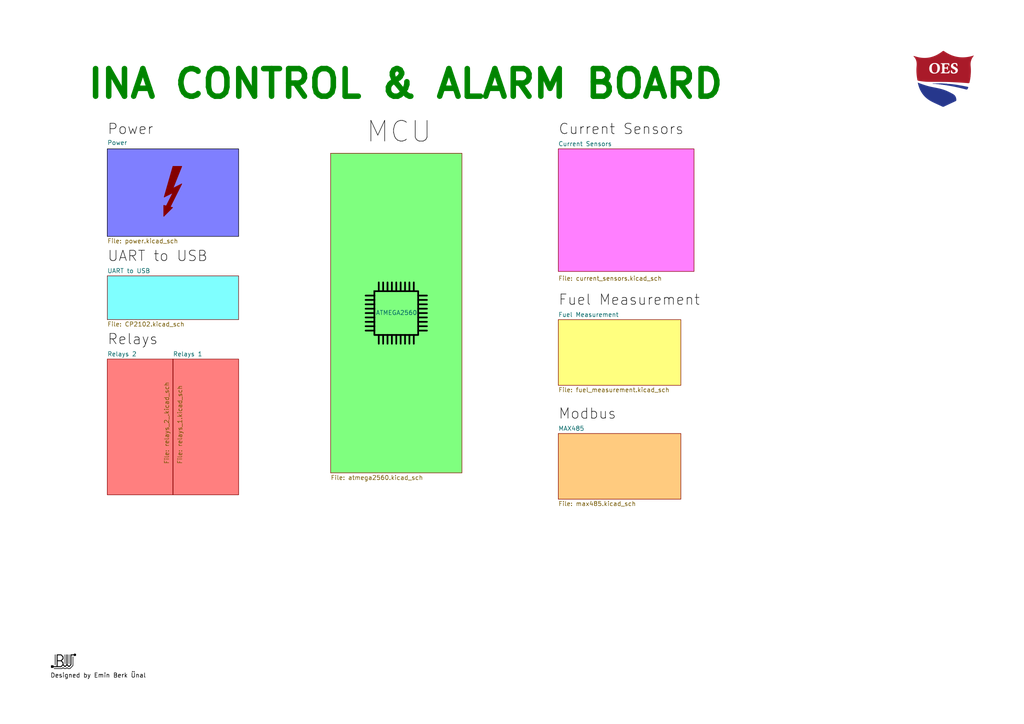
<source format=kicad_sch>
(kicad_sch (version 20230121) (generator eeschema)

  (uuid 5802d9f2-19c6-46f4-9e51-51ee16f4d494)

  (paper "A4")

  (title_block
    (title "Main")
    (date "2023-05-16")
    (rev "2")
    (company "OES Maritime Systems Eng. Ltd. Sti.")
  )

  (lib_symbols
    (symbol "Graphic:SYM_Flash_XLarge" (in_bom no) (on_board no)
      (property "Reference" "#SYM" (at -3.81 0 90)
        (effects (font (size 1.27 1.27)) hide)
      )
      (property "Value" "SYM_Flash_XLarge" (at 3.81 0 90)
        (effects (font (size 1.27 1.27)) hide)
      )
      (property "Footprint" "" (at 0 -0.635 0)
        (effects (font (size 1.27 1.27)) hide)
      )
      (property "Datasheet" "~" (at 10.16 -2.54 0)
        (effects (font (size 1.27 1.27)) hide)
      )
      (property "Sim.Enable" "0" (at 0 0 0)
        (effects (font (size 1.27 1.27)) hide)
      )
      (property "ki_keywords" "graphic symbol flash VAC 220VAC 110VAC power" (at 0 0 0)
        (effects (font (size 1.27 1.27)) hide)
      )
      (property "ki_description" "Flash symbol, extra large" (at 0 0 0)
        (effects (font (size 1.27 1.27)) hide)
      )
      (symbol "SYM_Flash_XLarge_0_1"
        (polyline
          (pts
            (xy -0.127 -3.683)
            (xy -2.667 -3.048)
            (xy -2.667 -6.223)
            (xy -0.127 -3.683)
          )
          (stroke (width 0.2032) (type default))
          (fill (type outline))
        )
        (polyline
          (pts
            (xy 0 8.255)
            (xy 1.27 8.255)
            (xy 2.54 8.255)
            (xy 0 1.905)
            (xy 2.54 3.175)
            (xy -1.27 -4.445)
            (xy -2.54 -4.445)
            (xy 0 0.635)
            (xy -2.54 -0.635)
            (xy 0 8.255)
          )
          (stroke (width 0.2032) (type default))
          (fill (type outline))
        )
      )
    )
  )



  (rectangle (start 109.855 81.915) (end 109.855 84.455)
    (stroke (width 0.5) (type default) (color 0 0 0 1))
    (fill (type none))
    (uuid 0235b42e-f396-431c-bfe1-1c25287bfce5)
  )
  (rectangle (start 117.475 81.915) (end 117.475 84.455)
    (stroke (width 0.5) (type default) (color 0 0 0 1))
    (fill (type none))
    (uuid 12ada7c7-3f58-4c99-b5cc-d8e524404ab1)
  )
  (rectangle (start 108.585 84.455) (end 121.285 97.155)
    (stroke (width 0.5) (type default) (color 0 0 0 1))
    (fill (type none))
    (uuid 20eab294-7645-48e6-8715-cc9e1e8dd3b3)
  )
  (rectangle (start 118.745 97.155) (end 118.745 99.695)
    (stroke (width 0.5) (type default) (color 0 0 0 1))
    (fill (type none))
    (uuid 213404d5-2182-442d-906b-5e7ebb0a9f00)
  )
  (rectangle (start 123.825 95.885) (end 121.285 95.885)
    (stroke (width 0.5) (type default) (color 0 0 0 1))
    (fill (type none))
    (uuid 2ad50434-8c47-4e73-a9d8-7a59e45434e4)
  )
  (rectangle (start 120.015 81.915) (end 120.015 84.455)
    (stroke (width 0.5) (type default) (color 0 0 0 1))
    (fill (type none))
    (uuid 3b8483f8-452e-4503-85f7-5a0fe0a9a1a5)
  )
  (rectangle (start 108.585 89.535) (end 106.045 89.535)
    (stroke (width 0.5) (type default) (color 0 0 0 1))
    (fill (type none))
    (uuid 3eee75a0-04c3-4a9b-a553-5bfb20e9c568)
  )
  (rectangle (start 123.825 93.345) (end 121.285 93.345)
    (stroke (width 0.5) (type default) (color 0 0 0 1))
    (fill (type none))
    (uuid 455dc263-553b-456b-bbc3-6236bab116df)
  )
  (rectangle (start 112.395 81.915) (end 112.395 84.455)
    (stroke (width 0.5) (type default) (color 0 0 0 1))
    (fill (type none))
    (uuid 492ee851-7ad7-427a-ba5e-4beb85418efc)
  )
  (rectangle (start 123.825 89.535) (end 121.285 89.535)
    (stroke (width 0.5) (type default) (color 0 0 0 1))
    (fill (type none))
    (uuid 4f3c0ecb-50fd-4261-bee7-dcf1aab678fa)
  )
  (rectangle (start 123.825 88.265) (end 121.285 88.265)
    (stroke (width 0.5) (type default) (color 0 0 0 1))
    (fill (type none))
    (uuid 55d48827-5ee2-48a8-bc20-94011cc48095)
  )
  (rectangle (start 118.745 81.915) (end 118.745 84.455)
    (stroke (width 0.5) (type default) (color 0 0 0 1))
    (fill (type none))
    (uuid 563d1199-c3e0-4d0a-87a2-4bbec332cde8)
  )
  (rectangle (start 108.585 85.725) (end 106.045 85.725)
    (stroke (width 0.5) (type default) (color 0 0 0 1))
    (fill (type none))
    (uuid 56fac4d4-9a23-45a5-bcc3-37bd46ea49db)
  )
  (rectangle (start 108.585 86.995) (end 106.045 86.995)
    (stroke (width 0.5) (type default) (color 0 0 0 1))
    (fill (type none))
    (uuid 6783d76d-5376-4bd0-bcb2-f83b07e721c1)
  )
  (rectangle (start 123.825 90.805) (end 121.285 90.805)
    (stroke (width 0.5) (type default) (color 0 0 0 1))
    (fill (type none))
    (uuid 6c2952bb-1f6c-4c6c-ba3f-67b7f1a349de)
  )
  (rectangle (start 108.585 94.615) (end 106.045 94.615)
    (stroke (width 0.5) (type default) (color 0 0 0 1))
    (fill (type none))
    (uuid 735df090-12c9-4d9e-beca-b8db2a9fcb87)
  )
  (rectangle (start 116.205 97.155) (end 116.205 99.695)
    (stroke (width 0.5) (type default) (color 0 0 0 1))
    (fill (type none))
    (uuid 8678349d-d4d0-4d3d-aae5-402407a87e6a)
  )
  (rectangle (start 113.665 81.915) (end 113.665 84.455)
    (stroke (width 0.5) (type default) (color 0 0 0 1))
    (fill (type none))
    (uuid 8bd81d7c-b998-4814-b1a5-cbc6fbbc1b41)
  )
  (rectangle (start 123.825 85.725) (end 121.285 85.725)
    (stroke (width 0.5) (type default) (color 0 0 0 1))
    (fill (type none))
    (uuid 93e6692b-c551-44c8-9855-1b66bd3dfcca)
  )
  (rectangle (start 111.125 81.915) (end 111.125 84.455)
    (stroke (width 0.5) (type default) (color 0 0 0 1))
    (fill (type none))
    (uuid 9bff68d3-02ec-4ce1-baed-2a79d47b537b)
  )
  (rectangle (start 108.585 93.345) (end 106.045 93.345)
    (stroke (width 0.5) (type default) (color 0 0 0 1))
    (fill (type none))
    (uuid a400d3ff-45d6-441a-8c06-b0f89e53b69a)
  )
  (rectangle (start 123.825 92.075) (end 121.285 92.075)
    (stroke (width 0.5) (type default) (color 0 0 0 1))
    (fill (type none))
    (uuid a6202b8e-bf7e-4e2b-b041-a61f1a195488)
  )
  (rectangle (start 111.125 97.155) (end 111.125 99.695)
    (stroke (width 0.5) (type default) (color 0 0 0 1))
    (fill (type none))
    (uuid aa34a116-1227-4964-b4d2-708823edf831)
  )
  (rectangle (start 108.585 90.805) (end 106.045 90.805)
    (stroke (width 0.5) (type default) (color 0 0 0 1))
    (fill (type none))
    (uuid b2b8f500-2691-4751-ab70-e25c0d4383e5)
  )
  (rectangle (start 117.475 97.155) (end 117.475 99.695)
    (stroke (width 0.5) (type default) (color 0 0 0 1))
    (fill (type none))
    (uuid b60fc22b-2972-4a3e-8d92-c7d0f3285d1c)
  )
  (rectangle (start 114.935 97.155) (end 114.935 99.695)
    (stroke (width 0.5) (type default) (color 0 0 0 1))
    (fill (type none))
    (uuid b73533dd-7744-4ae4-bb8c-4764b695a688)
  )
  (rectangle (start 123.825 94.615) (end 121.285 94.615)
    (stroke (width 0.5) (type default) (color 0 0 0 1))
    (fill (type none))
    (uuid ba72af47-c9a9-49b2-88ea-5b205b9d725f)
  )
  (rectangle (start 116.205 81.915) (end 116.205 84.455)
    (stroke (width 0.5) (type default) (color 0 0 0 1))
    (fill (type none))
    (uuid bb35c132-961f-4067-a417-08621defd1bf)
  )
  (rectangle (start 108.585 88.265) (end 106.045 88.265)
    (stroke (width 0.5) (type default) (color 0 0 0 1))
    (fill (type none))
    (uuid bc45053f-5c67-4f04-be9c-4198f9e65391)
  )
  (rectangle (start 112.395 97.155) (end 112.395 99.695)
    (stroke (width 0.5) (type default) (color 0 0 0 1))
    (fill (type none))
    (uuid c08e7cfe-9129-4e39-9068-653f3555ea1d)
  )
  (rectangle (start 123.825 86.995) (end 121.285 86.995)
    (stroke (width 0.5) (type default) (color 0 0 0 1))
    (fill (type none))
    (uuid c7bc5da0-c02d-40c1-98c4-0b0153edce41)
  )
  (rectangle (start 108.585 95.885) (end 106.045 95.885)
    (stroke (width 0.5) (type default) (color 0 0 0 1))
    (fill (type none))
    (uuid d4a33b17-89e0-4118-b662-43383ff7c5e3)
  )
  (rectangle (start 120.015 97.155) (end 120.015 99.695)
    (stroke (width 0.5) (type default) (color 0 0 0 1))
    (fill (type none))
    (uuid dd410770-d43f-431e-bac3-68286d243d93)
  )
  (rectangle (start 109.855 97.155) (end 109.855 99.695)
    (stroke (width 0.5) (type default) (color 0 0 0 1))
    (fill (type none))
    (uuid e013aa21-6780-42c7-95fc-8dbd8455f458)
  )
  (rectangle (start 114.935 81.915) (end 114.935 84.455)
    (stroke (width 0.5) (type default) (color 0 0 0 1))
    (fill (type none))
    (uuid e527ede7-8f2c-4280-aa5e-34a63dfe9d4d)
  )
  (rectangle (start 108.585 92.075) (end 106.045 92.075)
    (stroke (width 0.5) (type default) (color 0 0 0 1))
    (fill (type none))
    (uuid ee2f6196-6dc1-4086-af75-d801d7f54da1)
  )
  (rectangle (start 113.665 97.155) (end 113.665 99.695)
    (stroke (width 0.5) (type default) (color 0 0 0 1))
    (fill (type none))
    (uuid fdb6326e-4ff1-4bfb-8ea7-8c93eecbe3b7)
  )

  (image (at 18.415 191.77) (scale 0.232765)
    (uuid 05a14552-b218-409a-8cdd-d1ec10ef1ec3)
    (data
      iVBORw0KGgoAAAANSUhEUgAAAkUAAAJFCAYAAADTfoPBAAAABHNCSVQICAgIfAhkiAAAAAlwSFlz
      AAASXAAAElwBaMQ2iQAADLBJREFUeJzt3dty48YOQFHMKf//L/s8TFTlKKLFppokgF7rNYlNyG1i
      h75FAAAAAAAAAAAAAAAAAAAAAAAAAAAAAAAAAAAAAAAAAAAAAAAAAAAAAAAAAAAAAAAAAAAAAAAA
      AAAAAAAAAAAAAAAAAAAAAAAAAAAAAAAAAAAAAAAAAAAAAAAAAAAAAAAAAAAAAAAAAAAAAAAAAAAA
      AAAAAAAAAAAAAAAAAAAAAAAAAAAAAAAAAAAAAAAAAAAAAAAAAAAAAAAAAAAAAAAAAAAAAAAAAAAA
      AAAAAAAAAAAAAAAAAAAAAAAAAAAAAAAAAAAAAAAAAAAAAAAAAAAAAAAAAAAAAAAAAAAAAAAAAAAA
      AAAAAAAAAAAAAAAAAAAAAAAAAAAAAAAAAAAAAAAAAAAAAAAAAAAAAAAAAAAAAAAAAAAAAAAAAAAA
      AAAAAAAAAAAAAAAAAAAAAAAAAAAAAAAAAAAAAAAAAAAAAAAAAAAAAAAAAAAAAAAAAAAAAAAAAAAA
      AAAAAAAAAAAAAAAAAAAAAAAAAAAAAAAAAAAAAAAAAAAAAAAAAAAAAAAAAAAAAAAAAAAAAAAAAAAA
      AAAAAAAAAPDCn7svAACS+B789+3QZnxAAVjdaAw9s0ub8IEEYFWfxtAzO7U4H0AAVjQ7iB7s1cJ8
      8ABYyVkx9Mx+LcgHDYBVXBVED3ZsMf+7+wIAADJQsQCs4OqnRA/2bCE+WAB0d1cQPdi1RfjyGQBA
      qFcAerv7KdGDfVvA190XAElkuXHewc16jq0z1O31Xflzhea6fbLCEW7yf7kfHPfuDHV5bX2ufKbL
      OWjLB4isXt18zzivbvL/1umekO0MnfXaZpuTbZ0+v1ryjdZktHXznX1TdpP/ry6vScYzdMZrm3FO
      KEsUkc27m++sm7Ob/Lbqr81VZ+huPldgMlEEvGIRvnfkNfK6QmKiCNhigQNLEUXAb4QRsAxRBLwj
      jIAliCJgD2EEtCeKgL2EEdCaKAJGCCOgLVEEjBJGQEuiCDhCGMEYf+KjgK+7LwCK6XBjm/mbjju8
      Hpwjy9kQ8OzmSRGsZ+aysnDILkOcZbgGdhBFsCZhBPBEFMG6hBGruPNJjadEhYgiWJswYhV3xIkg
      KkYUAcIIIEQR8JcwYgVXPrnxlKggUQQ8CCNW8CfODZaz3z4nEkXAT8KIVZwRLmKoOFEEPBNGrGLW
      Ux1Ph5oQRcArwoiVHI0aMdSMP/MBbPkT/iQIa3FGF+dJEfAbT4yAZYgi4B1hBCxBFAF7CCOgPVEE
      7CWMgNZEETBCGAFt+ekzYJSfSuMOr86cs8NUnhQBR3hixJW2zoizw1SiCDjK/6VzhXfhI4yYRhQB
      n5gVRhYbcDtRBHzKEyOgBVEEzCCMgPJEETCLMAJKE0XATMIIKEsUAQCEKAIAiAhRBAAQEaIIACAi
      RBEAQESIIgCAiBBFAAARIYoAACJCFAEARIQoAgCICFEEABARoggAICJEEQBARIgiAICIEEUAABEh
      igAAIkIUAQBEhCgCAIgIUQQAEBGiCAAgIkQRAEBEiCIAgIgQRQAAESGKAAAiQhQBc33ffQEAR4ki
      YBZBBJQmioAZBBFQnigCPiWIgBZEEfCJWUH0Z9LbAThMFAFHeUIEtCKKgCNmBpGnREAKoggYJYiA
      lkQRMEIQAW2JImAvQQS0JoqAPQQR0J4oAt4RRMASRBHwG0EELEMUAVsEEbAUUQS8IoiA5Ygi4Jkg
      ApYkioCfBBGwLFEEPAgiYGmiCIgQRACiCBBEABGiCFYniAD+IYpgXYII4AdRBGsSRABPRBGsRxAB
      vPB19wVAMTODojpBBLTiSRFwhCAC2hFFwChBBLQkioARgghoSxQBewkioDVRBOwhiID2RBHwjiAC
      liCKAABCFAHv+d1MwBJEEbCHMALaE0XAXsIIaE0UASOEEdCWKAJGCSOgJVEEHCGMgHa+7r4AKKbD
      7+yZFTTf0eP1AIgIT4pgRTNDxhMjoA1RBGsSRgBPRBGsSxgB/CCKYG3CCOAfoggQRgAhioC/hBGw
      PFEEPAgjYGmiCPhJGAHLEkXAM2EELEkUAa8II2A5ogjYIoyApYgi4DfCCFiGKALeEUbAEkQRsIcw
      AtoTRcBewghoTRQBI4QR0JYoAkYJI6AlUQQcIYyAdkQRcNTMMAK4nSgCPjErjDwtAm4nioBPeWIE
      tCCKgBmEEVCeKAJmEUZAaaIImEkYAWWJIgCAEEUAABEhigAAIkIUAQBEhCgCAIgIUQQAEBGiCAAg
      IkQRAEBEiCIAgIgQRQAAESGKAAAiQhQBAESEKAIAiAhRBPTz58N/XsUqc8JlRBHQ0VYQdAuFVeaE
      S3zdfQEAJ1klDFaZE07nSREAQIgiAICIEEUAABEhigAAIkIUAQBEhCgCAIgIUQQAEBGiCAAgIkQR
      MNf3Tf/t1cwJDYkiYJYZC7TCEjYnNCWKgBlmLtDMy9ic0JgoAj51xgLNuJTNCc2JIrJ598ct/fHL
      XM5coJmWsznH+DylJFFERls3VDfaXK5Y5hmCwZywiK+7LwA2CKDcrlyg33HfeTDnOJ+7lOVJETDq
      jicK3meN9ymIKE0UASPu/BLL1U9t7lJ1TkFEeaII2CvD95z4/p6c70MQ0YIoAvbIEAoPfhIs19sW
      RLThG63ryXLTdiNcR5Yz99MZ35RsznHuA7TiSVEtmW7ama6F88xeoDOXaNbfLr3SnNCKKKojY4Rk
      vCbmOWuBZgsGc44TRLQkioBXzl6gWYLBnOOuDCL/48WlRBHw7KoFencwmHOcIKI1UQT8dPUCvSsY
      zDlOENGeKAIe7lqgVweDOccJIpYgioCI+xfoVcFgznHZg8g3fTONKAKyLNCzg8Gc4wQRSxFFsLZs
      C/SsYDDnOEHEchyqOrJ+nb3qGTr6elad95XMC3SV877KnL8RRKThSRGsKXMQnfU2P2XO+QQRqYgi
      WE/2ILribY8y53yCiHQcsDqyPmZnXVfdP+4+++acTxCRkidFwBFXLqg7l6E55xNEpCWKgFF3LCjv
      s8f7FESkJoqAEas8zTDnfIKI9EQRsFeGBXXFNZhzPkFECaII2CPTgvKTYLnf9jNBRBmiCHgn44Ly
      O4Nyvc0tgohSRBHwm8wLaua1mXM+QUQ5ogjYUmFBZfs7ZGepNqcgoiRRBLxSaUFl+Yv1Z6sypyCi
      LFEEPKu4oI5csznnE0SUJoqAnyovqJFrN+d8gojyRBHw0GFB7ZnBnPMJIlpwKOu4+49F0lfH+8DW
      50u3WTPMKYhow8GsI2sUOUOwLkFEK758BsARgoh2vu6+AGAJrxZoxwW58pzvdHwdaMaTIuBsWws0
      65eEj1p9zt8IIkoQRcCZ3i3QLsFgzm2CiDJEEXCWvQu0ejCYc5sgohRRBJxhdIFWDQZzbhNElCOK
      gNmOLv5qwWDObYKIkkQRMFO1hX+UObcJIspyeGvJdiN2fvhp1vnMfq7MuS37TPArB7ieLGHk7PDT
      7HOZ9XyZc1vWWWA3hxj41Fmhnu3+ZM5t2WaAQxxk4BNnP7nMco8y57Ys1w4f843WwFFXLNAMXy42
      5zZBRCsONHDEpwt09L+/615lzm32B+041MCoWQs0ezCYc5vdQUsONjBi9gLNGgzm3GZv0JbDzZky
      fJ8E99pzj+lwTswJDTjgnKXDAuAzI/eXyufFnNCEQ84ZKt/4mePIvaXiuTEnNOJH8oHZVlmg5oRm
      RBEw0ycLtNLyNSc0JIqAWWYs0ApL2JzQlCgCZpi5QDMvY3NCYw4+Z6n4zaQcc9Z9JNsZMic05/Bz
      pmw3e+Y7+x6S5QyZEwAAAAAAAAAAAAAAAAAAAAAAAAAAAAAAAAAAAAAAAAAAAAAAAAAAAAAAAAAA
      AAAAAAAAAAAAAAAAAAAAAAAAAAAAAAAAAAAAAAAAAAAAAAAAAAAAAAAAAAAAAAAAAAAAAAAAAAAA
      AAAAAAAAAAAAAAAAAAAAAAAAAAAAAAAAAAAAAAAAAAAAAAAAAAAAAAAAAAAAAAAAAAAAAAAAAAAA
      AAAAAAAAAAAAAAAAAAAAAAAAAAAAAAAAAAAAAAAAAAAAAAAAAAAAAAAAAAAAAAAAAAAAAAAAAAAA
      AAAAAAAAAAAAAAAAAAAAAAAAAAAAAAAAAAAAAAAAAAAAAAAAAAAAAAAAAAAAAAAAAAAAAAAAAAAA
      AAAAAAAAAAAAAAAAAAAAAAAAAAAAAAAAAAAAAAAAAAAAAAAAAAAAAAAAAAAAAAAAAAAAAAAAAAAA
      AAAAAAAAAAAAAAAAAAAAAAAAAAAAAAAAAAAAAAAAAAAAAAAAAAAAAAAAAAAAAAAAAAAAAAAAAAAA
      AAAAAAAAAAAAAAAAgPX8H826bNh2AcKZAAAAAElFTkSuQmCC
    )
  )
  (image (at 273.685 22.86) (scale 0.420031)
    (uuid 90634fcc-3377-44fb-ac0f-0b3627dd8dc1)
    (data
      iVBORw0KGgoAAAANSUhEUgAAAfQAAAH0CAYAAADL1t+KAAAABHNCSVQICAgIfAhkiAAAAAlwSFlz
      AAAuGAAALhgBKqonIAAAIABJREFUeJzs3Xl8nFXd/vHPZGuWpum+TPeWJk1bCm2BsBQou7IooDAq
      4KOAj7iCEh8VUX8KomJAUQERZRcMyA6VfS8QSktLlyHpvk23tGmbfZv5/XFPaNpmnzP3meV685pX
      1jnnCyS55pz73Od4QqEQIiIiEt9SbBcgIiIikVOgi4iIJAAFuoiISAJQoIuIiCQABbqIiEgCUKCL
      iIgkAAW6iIhIAlCgi4iIJAAFuoiISAJQoIuIiCQABbqIiEgCUKCLiIgkAAW6iIhIAlCgi4iIJAAF
      uoiISAJQoIuIiCQABbqIiEgCUKCLiIgkAAW6iIhIAlCgi4iIJAAFuoiISAJIa/+Bx+OxVYeIGFDq
      LUwBzgLOBKaHP10OvAi85Av4m2zVJiLmhUKhT9/3HPCBAl0kLpV6Cz3Al4DfAuM7+bZNQAlwhy/g
      b3GrNhGJHgW6SAIp9RaOAe4HTu3hU5YBV/oC/g+iV5WIuEGBLpIgSr2F5wP/BAb38qlBnNH6L3wB
      f6PxwkTEFQp0kThX6i1Mx5levzbCplYAl/oC/iWRVyUiblOgi8SxUm/hOKAUONZQky3Ar4Hf6tq6
      SHxRoIvEqVJv4WeBh+j9FHtPLMIZrX8ShbZFJAoU6CJxptRbmAbcCPw4yl01AtcDf/QF/K1R7ktE
      IqRAF4kj4Sn2fwFzXex2IXCFL+Bf5mKfItJLCnSROFHqLbwYuAsYaKH7FuB3wI1aCS8SmxToIjGu
      1FvYH7gNuNx2LcAnOPetL7BdiIgcSIEuEsNKvYVzgEeAKbZraScE3AH81BfwV9suRkQcCnSRGBTe
      h70YZ/FbuuVyOrMZ+KEv4H/MdiEiokAXiTml3sJJONu3urnwLRIvAt/zBfyrbBcikswU6CIxInyo
      yjdxtmHNsVxObzUCNwM3+QL+BtvFiCQjBbpIDCj1Fo4G7sE56jSercUZrc+3XYhIslGgi1hW6i28
      FPgrkGe7FoOeBop9Af9q24WIJAsFuogl4aNO7wDOs11LlDTj3G53oy/g32u7GJFEp0AXcVn4WvlV
      wO+BXMvluGEnzhay//AF/EHbxYgkKgW6iItKvYUFwN3AibZrsWApcI0v4H/DdiEiiUiBLuKC8IEq
      /wf8AuhnuRzbnsXZlGaF7UJEEokCXSTKSr2Fc3GulR9uu5YYEsS51/6XvoB/k+1iRBKBAl0kSkq9
      hcNxDjT5uu1aYlgDzgr/m3wBf5XtYkTimQJdxLDwtq3/C9wEDLJcTrzYi/Pi5zZfwF9vuxiReKRA
      FzGo1Ft4FM70+tG2a4lT23BW/9+lYBfpHQW6iAGl3sKRwA3AFYB+eSKnYBfpJQW6SARKvYWZwA+A
      64D+lstJRAp2kR5SoIv0Uam38CKcA0kmWC4lGWwD/gD83Rfw19guRiQWKdBFeil8nfxWknNzGNuq
      gNtxFs9V2i5GJJYo0EV6qNRbOAX4DXCR7VqEeuCfQIkv4N9guxiRWKBAF+lGqbdwFPBL4Eog1XI5
      cqBW4BHgFl/Av8R2MSI2KdBFOlHqLRyIs13rNUCW5XKke28BfwKe8QX8rbaLEXGbAl3kIOEgvyb8
      SKQzypPFBuAvwD99Af8e28WIuEWBLhKmIE84tcADwF99Af9K28WIRJsCXZKegjwpvAP8HXjMF/A3
      2C5GJBoU6JK0Sr2Fw4Crge+iIE8WVTij9r9r1C6JRoEuSafUWzgZuBbnFLRMy+WIPe8A9wD/8QX8
      1baLEYmUAl2SRqm3cA7OqvUvAimWy5HYUQ88hXM++ytaIS/xSoEuCS18lOl5wPeBUy2XI7FvG/AQ
      8KAv4P/YdjEiHQn/XTsS+AwwC1gMPHPxlpUr2r5HgS4Jo9RbOAi4HOf6+AS71UicWg48irOQ7hPb
      xUhyK/UW9gPmARcAnwdGHvQtj168ZaWv7QMFusS9Um/hdOB7wGVAtuVyJHEo3MV14V0qzwbOBU6n
      8xMdFwEnXbxlZV3bJxToEpdKvYVZONfFrwROslyOJL7lwH+AZ4AlvoA/1M33i/RIeCr9aOCc8GN2
      D562DZjjC/gDnV5Df3T0tFHAMUA+MBTIATKASmAn4AcW+QL+nUb+TUR6qdRbeCRwBc5oXLediQ1b
      gOeAZ4HXdGa79Fapt3Aczui77TGsF09vAE72BfwfQBeL4h4dPe1O4KoeNLgG+C/wPPCqL+Bv7kUx
      Ir0SvjZ+MfANYI7lckTaqwdexvlb+JIv4F9vtxyJReG/YfNwwvsMYEoEzX3FF/A/0vZBV4HuAX4L
      /LgXjVcBT+CcfvSGbv8QE8KLQc4DLsG5npRhtyKRHlkDvAS8ArzuC/irLNcjFpR6C4cAc4ETgZNx
      ptFN3DZ7uy/g/277T3R721qpt/A6nDOge2srznWmR4AyX8Af7EMbkqTC15JOxgnxi4ABdisSiUgQ
      +BBnBP82sMAX8NfYLUmiodRbOBYnvE8Kv50WhW4WA8f7Av7G9p/s0X3opd7C39G7kfrBdgDzcRaR
      vKwfZOlIqbcwlf23ZVwIjLJakEj0BIElOLvVvQO87Qv4t9ktSXqr1FvYH+fSXxHOYrZjgTFR7nYP
      MNsX8K87+As93ljGQKi3aQJex1lE8ryuMyW38HT66TgB/nlgiN2KRKxZA5QBH+CM5pf4Av5auyVJ
      m/DdNNNxAvwYnBAvxP1dJy/0BfxPdvSFXu0UV+ot7OlCud7w40xDtV1n0ug9wZV6C0fi7HD02fBb
      TaeLHCoIrAQW4txnvBhY4Qv491mtKgmUegu9ODuxHQHMDL8twP6W0YdcN2+vt4GeCjyMs8o4GlqA
      99kf8GVaWBf/wj83x+DcV3k2zlaFItI3G3DuhW//8B98PVW6Fv67NB7nGnc+MDX8mEZszhSuBo7w
      Bfx1nX1Dr/dyL/UWZgCv4qzai7Z9wHvAWzgLSRbqLOPYV+ot9OBMTc0LP04BBlssSSTRBYGNOH/0
      K4C14fdXA6uTNexLvYXZOFs/TwAmhd9OxAnwfOLnjpkgcIIv4H+/q2/q0+Es4WX47+L8B3FTI861
      pXdwQv59X8C/2+Ua5CDhAJ+KE96n4axOH2qzJhH5VAjYjhP4W8KPzeGPN+PckbQj3qbyS72Fw4ER
      gBdnAW3bYyTOyHsivdukJZb93hfw/6S7b+rzaWul3sJ8nMUbtnfoWo1zfaltIckiLSSJrlJv4WCc
      BSFFwHE40+kDrRYlIpFqxtkJtBLnzqRKYBfOqupaoAZn1nRf+P3a8AOgGmi7PFqHs/j5YOk4O462
      ScPZmzwH6IezliYr/P5AIBdnZm8IMCj8ftvbweH2ksFy4KiezLJEdHxqqbfwXJxb0WJp4/cg8AnO
      QpKPcf5jLPMF/FutVhWnSr2FQ3EWhLQtECnC/ZkZEZFkFAKKfAH/wh59c6TnoZd6C38O/LpXJdqx
      G1jG/pAvx7m2tMVqVTGi1FuYixPUBcAM9ge412ZdIiJJ7G++gP9bPf1mE4GeirO94ak9LjG21LF/
      8ciq8GMtzrWlTYm0CC+89mFc+DEZJ7zbFocouEVEYsdOoKA3WwZHHOjw6X3FS4HhPX5S/KjECfe2
      xyY6vs5UaeMYxfAWqUPDj+HhR9v7XpzwHh9+q/PBRUTiw//4Av4HevMEI4EOn15Pf7ZXT0osIZxp
      /RpgL/sXjNSyf1FJ20l0jTgnM7UJcuCGBdnsv50iBWexyACcBST9cRaL5OIsSMwjttYwiIhIZN7G
      ORa1V4NEY4EOUOotvAv4314/UURERNrM8QX8i3v7pPYZbmJLu2KcKWkRERHpvYf7EuYHizjQfQF/
      Neb3ehcREUkGzcDPTTRkZNN5X8A/H3jURFsiIiJJ5E5fwL/WREMmT5H5Ift3EBIREZGuVQM3mGrM
      WKCHN2u50VR7IiIiCe4OX8Bfaaox0+e8/gln838RERHpXANwq8kGjQZ6eIe16022KSIikoD+6Qv4
      d5hs0PQIHeBfgD8K7YqIiCSCFuBm040aD3RfwB8kPg5uERERseFhX8Bv/PJ0NEbo4NzCplG6iIjI
      of4UjUajEujhUfpvo9G2iIhIHCvzBfwfRaPhaI3QAUpxTioTERERx53Rajhqge4L+JuA26PVvoiI
      SJypwhnsRkU0R+gA/wSaotyHiIhIPLg3fHt3VEQ10H0B/060x7uIiAjAvdFsPNojdIjyv4CIiEgc
      WO4L+JdHswM3Av0NYIML/YiIiMSqf0W7g6gHevgWtoei3Y+IiEgMi9piuDZujNDBhX8RERGRGPW+
      L+BfF+1OXAl0X8C/DCh3oy8REZEY85gbnbg1Qgd42sW+REREYsV/3ejEzUB/xsW+REREYsE6X8Dv
      ytkmbgb6+zi75IiIiCSL+W515Fqg+wL+VuAtt/oTERGJAS+41ZGbI3Rw7kkXERFJBs3Aq251pkAX
      ERGJjkW+gL/erc7cDvSP0XV0ERFJDu+42ZmrgR7eNW6Bm32KiIhY8q6bnbk9QgdYbKFPERERt7k6
      gLUR6Ess9CkiIuKmVb6Af4ebHSrQRUREzHM961wP9PAG9fvc7ldERMRFy9zu0MYIHTRKFxGRxJY0
      gb7KUr8iIiJuSJpAj/q5sCIiIpbUYSHnFOgiIiJmlYf3XXGVrUBfa6lfERGRaNtgo1ON0EVERMza
      aKNTK4HuC/i345xCIyIikmisjNDTbHQatgsYabF/iXOelBTS+ucc8LlgUzOtDQ2WKpJkkz4gl4wB
      A0jJzCC1Xz88Kc4YqbmmlpaaWppramit189jErIyQlegS8zKHD6MgdMKyJ08kdwJ48gZN5rMYUPJ
      HDGM9P79ScvJ7vB5odZWmvdV07i7ivptO6jbuo2adRvZt2oNe/wV1KzfCKGQy/82Es8yhw1l6FFH
      Mujw6eRNnULupAnkjPWSkpHR7XNb6uqp3biZ2k1bqN28herV69iz8hP2rCynpc61kzXFXUkX6DuA
      6Rb7l1ji8TBwWgEj5h7L0KNnM2TOkWQOG9K3plJTyRg0kIxBA8mdPPGQrzdXV7Nr0VJ2vLeQbW+8
      w56V5TET8P0GDyLY0kKopSWiP/ae1BTScnK6/8b2z/F4SM/t3+u+0gfkgsfTq+ekZWfjSUv99OO2
      f9/mvfuo3bLV/v8Pj4ehRx3J6LNOY+Qpc8nLP6zPTaVlZ5E3dQp5U6cc+IVQiOp1G9i9ZDk7yz5k
      5weLqF6t5UUJYruNTj2hdr84nl7+Ukai1Fv4KHCRax1KzPGkpjL8uKMZc+5ZjD7zFDKHD7NSR/32
      HWye/zIbn3iOXR99bKWGnDFe5t5/OwPaBUewpYXW+gZS0tNJzexnpS4b6rZsZdnv/sTGp+a73nfW
      yOFM+vIXmXDx58kZM9r1/ht3VbHhyef4+KZbCTZrmVEcy/MF/K5scX5AhlsM9DuBq1zrUGJG9uhR
      TPrKF5l48QVkjRphu5wD7C1fxZoHS1n/2NO01Na51u/sm65n8mU+1/qLB69+7hJ2u/QCq/+EcUz7
      /jcZd8E5pKTZnLh0bHx6Pu9/9/9slyF9E/QF/Kndf5sZ7TPc5k9uo8W+xYJBMwopuOpyxp53Fp5U
      137eeyWvYAqzb7yeGcXfY9U9/6Li7gdorq52pV850MSLz496oGcMzGPGj77H5EsuxpNq6y7eQ437
      /Nlsfv4lNv/3FdulSO9V2erY5k9w9P9KSkzInTyR4+68hTNe+A/jzj87ZsO8vYyBeUz/4bc5590X
      mHL5pQdc742Gxl27o9p+PMqdMimq7Y8+81Q+8/ozHPbVL8VUmLc5/MfXxGRd0q09tjq2+dPSarFv
      cUFaTjZH/PxHnPXqU4w97zO2y+mTjEEDmfXrn3LmC/9h8MzoreH8+De3snvp8qi1H4/6DRkUlXZT
      0tOZfcN1nPDPP5M5tG8LL92QO3kCo049yXYZ0ns1tjq2OeVu7V9aom/kycdz1M2/Jnv0qIjbCgWD
      VC1bya5FS6la7qd242YadlTSXFNLa309qVlZpOfmkDl0KP0njmXQ9EKGHD2LQdOn9nr1dWfypuZz
      2rOP4P/L3az44x2EWs2+Hq3ZsIlXz/0y/SeMY8CUyWSNHEa2dxR50woYdszsQ+63TwYZeQOMt5me
      25/j7/ojI048LrKGQiF2LVnG7sUfs2/NWuq37aSlxvmTltKvH5nDhpKXP5khc45kyOwj+jzSnvTl
      LxB4+Y3IahW3WbsX0eaiuGuAP7rWobgiJT2dmdf9kPxvfDXitvb4K1jzYCmbn3uJxt29vyyVNXI4
      4y44h8Mu85EzbkzE9bSpXPgR7/7vNTTsrDTWZldSM/sx9nOfZcb/fY+sEcNd6TMWBJuaeHzyHGPt
      pef25+SH72bwkYf3uY3Gyt1U3PMQax9+jMZdPfuZ7Dd0MJO+9AUK/vd/yBg0sFf9BZubefqIE2mu
      1vgnjrzpC/jnudVZrKxyV6AnmMzhw5h7z18i+oMJsLdiNR/feCtbX3vLSF2e1BTGf+FzzPzJ1cZu
      jasLbGPB5d+larnfSHs90W/IIObed3vE/317qm5zgD3+cmrWb6Jh5y6adlcRCu4/QCo9bwAZA3JJ
      zxtA5tDB9Bs6hKzhw8gcPtS5N92AJw47itbGyNfPpqSnc+L9d0Q0Mt/07Iss+tkNNFX17RJpev/+
      HPnL/2Pily7s1fPe+/a1bHr2xT71KVZYC3T792dIQhg4fSonPnBnRCPIUGuQlbf9jZV/votQi7kp
      7VBrkPWPPsXm+S8z56afM/7CcyNuM9s7knmP3cc7X/sOO8s+NFBl9xp3VbHg69/jzFefpN/gKFxf
      DoXY9uYCNj//Mttef4f67Tv63FRKRgaZw4eSOWQwabk5pOfkkDEwj8wRw/GecXKPX5Sk5w2gdcfO
      PtfR5oifXRtRmK+691989MvfRbThTXNNDQt/9At2L13O7N9c/+k2sd0ZMfc4Bbr0iAJdIjbs2KOZ
      e+9f+7TLWJvmfdUs+MY17FhQZrCyA7XU1FL2/Z+w66OPmfX/fhLxCuL03P6c9K+7ePt/vh3Vuttr
      qNzFylvvZNaN1xlrs7mmhnX/fpJVdz9AXWCbkTaDTU3UbQ5QtzlwyNf8f76LCRd9nqNKft1tqGXk
      DaAhwkAfdepJTLni0j4/f8eCMpb86vfGdq9b89CjhIJBjvr9/+vR9w8rOspIv+IaazsC6Z4Iicjw
      E4o46aG/RRTmjbuqeO2Cr7oWiqvvfZiyq396wPRxX6VmZjL33tujugL+YBueeJZQa+S1t1ny6z+w
      8Fe/ZU9gC020RuXRyoFhuP6xp1n2u9u6rS09L7Kp+7TsLOb89hd9byAUYtHPbjD63xtg7cP/YfX9
      j/Toe3MnjY/o90uSh81A14uJODd45nTm3ns7qZmZfW6jpbaOty77JnvLVxmsrHsbn3qej2+61Uhb
      adlZzL3/TnLGurNVaHN1DVXLVhhrr2bjZmNtde7Q0e2qfzzY7YxAxsC8iHrNv/KrZHv7fgbU5vkv
      U71mfUQ1dGbpb26hZsOm7r/R42FgYUFUapCoSLfVsc1QNX9PirgmZ9wYTnzgb6RlZ0XUzsLin1P1
      8UpDVfVO+d/uY/PzLxlpK3PYEI6/+zZS+7mz5/qeleXG2qrbsrXDz3vwkIqHNFJIb/dI68MjpYM/
      NcHmZir+fn+XtfXr5arw9tJysin45tf6/HyA9Y8/E9Hzu9Ja38DSG0p69L25kydErQ4xLrJXoRGw
      Geixv12YdCgtO4u59/yFfkMHR9TO+kefsr7Y58Mf/4qGnbuMtDVoRiGzfv1TI211p97QtW6gw9uv
      2kI8lRRS8BzwT0ofHp3dP7Px6fldLoDs7W1e7U344ucjWm3f2tjI9rff6/Pze2LLi6/26E6J/uPH
      RrUOMcpattkMdDP3tYjr5vzul+RNzY+ojcbK3c6qYcua9uxl+c1/NtbepEsuYtRpJxtrrzPNhg6O
      aamrp7X+wH0w0sMh7obGyt1d3iUQyQh9ou+CPj8XoHr1Olobon/kxKp/Ptjt99g6iVD6xNrss81A
      tzYtIX037vyzGX/heRG3s+z3t8XMZhnrSp+kZv1GY+0d9btfRn1nt6CBe7MBqlevJdTS8unHbaNx
      N23576udfq2v19Bzxoxm0OHT+loSANVrN0T0/J7a9NyLNNd0/bsQ6eJAcVWGrY5tBrqWbcaZzGFD
      mHNTBCuGw2rWb2Tdo08aqMiMUDDIJ7f/01h7WaNGMP2abxlrryOmVl3vW7PugI9TXQ5zgE3Pv9jp
      HQd9DfSRp8yNpCQAWhsaIm6jZ/00su31d7r8nvRcBXociexaZAQ05S49duQvf2JkB7CKfzxo/Dag
      SG146nmjMwZTrrzM6HazB0uNcDFim4NXmbs9Ogdn2j3w0usdfq2vgT6sKPItY928VSzwyhtdft3N
      XTwlYv1KvYVWBqwKdOmRYUVzGHf+2RG301xdw/pHnzJQkVmt9Q1sfs7MineAlLQ0pv/g28bai5b2
      gW4zMvx/ubvDjVta6vt2zsWgGZFNtwMMnOberWJbX3+ny30Rmvbuda0WMaLv90pGwGagD7XYt/SG
      x8MRP/+RkaY2P/8yLXXWDiPq0qbnzK64H3/huWSP8Rpt07QDF8TZi/Sqj1d0eNljx7sf9LqtlLQ0
      I6vCc8aNieosS3tNVXvYtWhpp19v2OHOQUBijJV8sxnoyXNsVJzznnaSsQNB1v/naSPtRMP2Be/3
      +eCNjnhSU8m/4jJj7UVDS23svLhadvOf+fjGW9izspxdi5by8Y23sPref/W6ncyRw/GkmblzaNKX
      vmCknZ7Y9kbn19HdPARIjEieQC/1FmYAfb8fRVxVePVVRtqp376Dne+7c5BJX4RaWo2fPT3h4vNJ
      zer7TnrR1trUZLuE/UIhyu+6j5fP+iKvnX8p5Xfd16e1FlnDzP0tnXL5JWSNdGfsseHJ5zqcdg+2
      tBg7eVBck1RT7ppujxND5hzJkFkzjbQVeOkNI+1EU+BVs384M/IGMPqsU422CZCSGo29K8wcPmJb
      aqa53frScrI59i83k5Ie/d08azdt6XB/9xW33kH9tr6ffCdWWJmBtnXa2ghL/UovTfn6V4y1teXF
      14y1FS3b3lxAsLnZ6B/w8Recy8an5htrD5ygMSGj3V0LiRHn5g079iiOv+tW3r3qWoJRntFYekMJ
      zdU1DDtmDrWbNrPmwUfZ9dHHUe1TosKdxRcHsRXoun4eB9Jzcxlz9hlG2go2N7Pz/YVG2oqmlppa
      dn+0jKHHzDbW5oiTjictJ5sWQ7u7meSJykh/v2zvSGZefy1DZh9B1ccrWHjtz6O+oVCwi61k+8p7
      ximc8p/7KPvej3t2oEofBZubWf6Hv0StfXGNlUGrrSl3BXocGHPumaRkmNn0aPdHy1zZRtOEHe+Z
      feGRkp7OyJOON9qmKZlDhxzwccjgOD1n7GhOffpfjD3vM2SPHsXoz55OwVVfM9Z+Z0wubGxvyKyZ
      nPXKU0z9zpWkpNkaC0mcsHJ7i61At7JgQHpn7DlnGmurcuFiY21FWzQW7g0/4VjjbZqQNerA19Ym
      t/uZ8ePvH7KgbPCsIwz20LHaTVui1nZqZj9m/uQaznjhMYYedWTU+pG4N8pGp7YCXScNxLi0/jkM
      P6HIWHu7LR2R2he7Fi/tcpOPvhh2/NFG2zMlZ+yBl/pMjdDTsrPwnnHKIZ/PcGFP8tbGRqN783ck
      r2AKpz7xIEffcgNZIzThKIdIqkC38i8rPTfihCKjC8Oqlq0w1la0tdTWUb1mvdE286ZMNnpgi6lF
      cXkFh+FJ2f9nIEjISKh7zzyFtA62p/W4NFVd+eGS6Hfi8TDx4gs4++35zLj2O8b+n0hCyCj1Frq+
      p7uuoUuHhh9/jLG2Whsbqd0YvWnQaNi9dLnZBj0eBk0vNNecocVs2aNGkpJx4Au3FgOBPuXySyJu
      IxLbXn/btb5SszKZds23OPvt+Uy+7GJjm9pI3HP99mxbga7b1mLc0KPNrfKO5qrgaNn7SYXxNgcU
      HGa8zUh50lJJO+gkrxAhmmkl2MdgH35CEYMN7V3QV4FX33T9roLMYUOZc9Mv+OwbzzH+C+cdMPMh
      SSlpAl0j9BiWkpHBwGlTjbVXtynw6ftBWgkZXXoVHfsq1hpvM3fSeONtmpDlPXSNaghoIUgTrTTT
      SjPB8KM1/Llgh1PzKRkZzL7xZy5U3bWW2jo2PPGslb77jx9L0Z9+y1mvPsXoz5wGOiktWbmec7YC
      fZClfqUH8qZOMTptWL9jp7G23LJv9RrjbeaMGW2uMYMh0b+bA0hCtC2WcwK87YjV1g4C/chf/ojc
      wyYaqy0Sn9xxD8GWFmv9DzhsEifcfRtnPF/KyHmRn88uccf1xd+uB3qptzATiN3NrYW8fLNTw9G6
      Lzia6gLbjJ/ZbnJPcJNndU+44FyGzzqCzJz+pJFC+qePVDLaPdI/fThfT2v/58PjYfq132HyV79k
      rK5I1W7ewqp/PmS7DAYdPo2THvwbp/znPoYdE/k57RI3XJ9yt7E7gkbnMc701HDT3mqj7bkh1NJK
      /bbtZI82d0PGwZu4xArvGfPwnjGPUDDIrkVL2Pb6Ara//R5Vy1b06EVN9hgvs371E7xnHnqbmm0r
      /ngHoz9zmpHjVCM1rOgoTnn8fra8+Cof3/RHqteut12SRFdSBLrrS/mld0yfAd3a0GC0PbfUbTUb
      6Ol5A4y1FQ2elBSGHj2boUfPZsb/fY/mfdVUfrCY3UuWsW/VWmo3bfl0tiVj8CDyCg7De8Y8Rp1+
      siuHl/RFS20d73/nR5z6xAPGdj2M1OizTsN72jwq/vEAy2+9ndb6+Pz9kG65PnjVCF0OkTVKNyEA
      NO7abbQ9k9PkbkgfkMuo009m1Okn2y4lIruXLueDH17PsX+92XYpn/KkpVJw1dcZe+5ZfPiTX7Ht
      zQW2SxLzXM86G4viFOgxLmu4NvIDaNxdZbsEMWTj0/NZdN0Ntss4RPYYLyc9dBezb7iO1H7mjn2V
      mDDQ7Q4TO95kAAAgAElEQVQV6HII01PD6QZ3SHNT8z7z1/616Yg9ax4spezqn1hd+d6Zw772FU6f
      X2r8cpdYlRQjdO2PGOMyDAd6tI/ojJZobEwSisLRntJzG554jjcu/joNOyttl3KIvPzDOGP+o4w4
      8TjbpYgZSTFCj8/hWhKJ1wA2rbWxyXYJEgWVCz/ixTMuYMuLr9ou5RAZeQM48YE7Gfe5z9ouRSKX
      FIEe/eOWpM90wMR+plfnazVz7GjcVcWCK6/m3at+SP22HbbLOUBKWhpFf/k9Ey4633YpEpk8tzu0
      scpdgR7LtE1l1DTt22e7hF4JtrTQsG0H9dt30rBjJ801tbTU1RFqaSU1K5Ns70gGTp9K5jDXb7c1
      ZvPzL7H11TfJ/8ZXKfz2lUZPxIuEJyWFo0t+TUtNDZv/+4rtcqSPSr2FOb6Av9at/mwEuoaAMayl
      xrWfvZhn+nCNpr2xGehNe/dRftc97FmxEkijYUclDdt20FC5q/snezwMmjGVKZdfyvgvnBeXLwhb
      Gxrx/+Vu1j7yODN++B0mfeUiPKn2D1bxpKRw7F9v5tXzL6Vq2Urb5Ujf5ACu/VHVojg5hOmFW/F2
      /3Ub03XXb42tqd02b3/1G/j/cic73n2fba+9zZ7l/p6FOUAoRNUyPx/84Ge8cfHlNFaavXffTY2V
      u1l03Q28cPrn2fTsCxCK/BjZSKVkZHDC3beRMdD12Vsxw9W8sxHo+smMcS31Zld3p6TZmAiKXFpW
      ltH2GrbHXqDXrN/ArsVLAAgFIwuwne9/yBu+K1w/ttS06tXreO/bxbx89sVseek12+WQPXoUs379
      U9tlSN+4ujDO/rySxJxgY7PR9uJ1oZ3p66m1m7cYbc+E9uEbbIr8//u+itUs+VXs7MgWiarlfhZc
      8X1e/fwlbH/7Pau1jL/gXEaefILVGqRPXF2UoSl3OYTpxVvxOl1o+n78favXGW0vVq379xPsW23+
      PHlbdi1eyptf+QZvfOkKdi9ZZq2Omdf90Pi6Dok6V7f/s/HTERsnJEinTF8H7Tc0Ps/jyRxhdgvc
      6jXmAr21odFYW8aFQlT8/QHbVRi3Y0EZr3zuKyy48morL1gGTitg9GdOc71fiYirJzLZCHS9xIxx
      9Yav9fYbsj/QPcTPKujMYeaOOw02N7OvfLW59poMbXoTpVXpW154lVDQ7HnyMSEUYsuLr/Li6eez
      6Ke/dn0R4GH/82VX+5P4YiNcY/sMSaF2k9lrvVkjh3/6vocUPHHyms7k0al7VpYb3UM82GxonUOU
      VnI3Ve1h9+KPo9J2LAi1Blnz0KPMP/FsKu6+v0fnxpsw/PhjyB7jdaUvMUKL4sSumvUbjbaX2q9f
      3B3JmjVqhNHTryo/WGysLYiPXeeqlvttlxB1zTU1LPn1H3j57IvY9ZE7L2C8p8X3cbYSPQp0OUQ0
      rg/mThhnvM1oMl3vzrIPjbYXao3GIS9mR+sdbYbSHKOb60Rqz8pyXrvwMlb88Y6oj9ZHzD02qu2L
      UQl/DV1i3N5PVhlvM/ewicbbjKYB+ZONtRVqaWXHgg+MtQfQbOhe76YoHBHbZuurbx5ypvzGZ/4b
      tf5sC7W0suLWO3jtwsuiuj/8oJnTo9a2GOdqxtrY8UNHecW45n3V1KzbQP+J4421OXD6VGNtucFk
      vTvLPqS52mxwtlTXGG0vGhp3VfHyWV9kou8C0vMGUPnBYra8EHsnnJm2a/FSXj7Hx0kP3cXAwnzj
      7Wd7R5Ka2S+273QQK3Q4i3Ro1+KlRgN9yKyZxtpyw8BpBcba2vyC+cM1mmvNbA996AuNEBi8E6F+
      2w5W3naXsfbiRcOOnbz+ha8y79F7GTSj0Hj7WSNHULN+I6HwZZJ4unskybi6CYem3KVDO943e803
      r2AKqZmu7rHQZykZGcYCPdTa6uwLbpix7VVjYL/yaBp77lkc9btfMuemnzP6LHfv4W6uruGty75J
      /dbtxttu230xRIggCXh7YOJw9ZWWAl06ZHqrS09aKkNmH2G0zWgZPHMaKRlm9j/a9sY7UblXuaXG
      TKAn8ul603/4bY678xYmXXIRky/zccI/bmPWr9zdE72xcjfvffvaqL5wCoX/EVGgS4fqNgfYW252
      cdyo004y2l60DD1mtrG21jz0qLG22mupMxPooeDBq+UTIxgy8gYw9dtXHPL5KZdfwqDDp7laS+WH
      S1j7yONRaVtBLu3ZCHT9BMYJ0wuYRp0aH4E+/AQztwXVbtrC1lffMtLWwVrq6s20E+Mno6X1z+Hw
      H1/NSQ//nZnX/YDMYUN79LzRnzmt030EJn35iyZL7JGVf/m70VF60569xtqSxGEj0PWTGCc2Pj3f
      aHsDpkwiZ9wYo22altqvH8OOnWOkrfK/3Ru17U9DhnaKC7ZE4352MzLyBnDqUw8x9btXMuLE4yj4
      1uWc9sy/enR638h5czv9mo2ZorrNAXa8t9BYe427nMs4Wgwn7WnKXTq1r2KN8d2vxn/hPKPtmTbs
      2KOM7BDXsLOSdaVPGqioYy0Nsb9TXCQ8qSkce2cJeQWHHfD57DHeQz53yHNTUhhxQlGnX8/2jmTA
      YZOM1NkbpjYXqtsc+PSWtbZAV7ALKNClG2seLDXa3oQvfs5oe6aZOs1qxR/vpDWKoWvi7PKOxUYw
      TLvmW4w48bhDPh9qaaV6XddbEw+cVkDGoK630B55SucjeJPar0A3taXy3or9h/x48JCqrT0kTIEu
      Xdr41Hyjq7T7jx/LsCIzU9rGeTyMPuuUiJupXrOOtQ8/ZqCgzvVk2rlH7WRnGWnHpDHnnMm0a67q
      8GuBV96gqWpPl88fPOvwbvsYdcqJfaqtN0IECbUL9NZGMyfk7Vq09ICPNTqXNjYCPfa3uJJPBZua
      KL/7fqNtTrnyMqPtmTLsmNlkDo/8DPTF1/+GUJSvTZsK9JT09IM+YzccBh1eyDF/uqnTr6/79xM9
      aKP7rVGHHXsUaf1zelVbb7WtQG9726+bWYOeqlxo9qAfSRw2At3cGZLiitX3PWx0lD76rFPJnTzB
      WHumTPzShRG3seHJ54zfw9+Rnq727k76gNjZuDF30nhOfOiuTjcgaqraw7Y33um2nZ5s25uSno7X
      tbsunEDPmzol4paa9u6jcuFHEbcjiclGoMfuslrpUEttHctuvs1Ye56UFKZedbmx9kzIyBvA2M99
      JqI26rfvYPHPbjRUUddyxo420k5advuRvr3Rec7Y0Zxceg/9Bg/q9Hu2vbGgRyeZ9e/hf5sJF5/f
      4/pMGDH30DUBvbX1lTcJtmhMJB2zEejRO95Jombdv5+g6uMVxtob/8XzjO4VH6lJl1wU0er2UDDI
      B1f/lOYonl7WXncrvXvqwHPq7SypGXDYJE554gGyRg7v8vt6MjpPy8nudkFcmxEnHkd/V4719TBw
      WoGRWal1j0bvzgmJfzZ+g6O1PFeiKBQMsvDa641dG05JT+fIX/6fkbYilT4gl4KrvhZRGyv/dCfb
      33nfTEE9MPToWUbayWq3ZsDG4qohRx3JvMfv6zbMQ8Eg295Y0G17/QZ1PsI/mCclpcPd5EzxtPvz
      OuWKSyNub2/Fana8a/YYXom6rldwGmYj0BN38+gEt8dfYXTq3Xv6yYw7/xxj7fXVzJ9c0+VUb3c2
      PfsCK/54p8GKupYxaCCDZs4w0lb6gAHtFti5++dg0qUXMe/RrqfZ2+xesvyQs9U7kpJx8CK/rk24
      6PPkHjaxV8/pKU/4n6xRI5hwYeS3a35y+z8MVCWJzEag6xDfOPbJnfew7c3uR0o9Nee3P7e6QG7k
      yccz+bKL+/z8yg+X8MEPf+bqqWVjz/sMnlRzv7oDDpuMm38KMvIGcMxtv2XOb3/RwSr7jm17/e0e
      fZ8npXf/HilpaRz9hxt6/byeSk1NZ/rV38KTFtm94ns/WcXGp8zu3CiJx0agm9mEWuwIhXjvW9dS
      vWadkebSc/tz4v130G9I30fIfZUzbgzH/vVm8PRtqnnPynLevuwqWuvd27XNk5JiZPq2vZzx4w6Y
      Ho6mMeeeyVlvPMP4C8/t1fO2vtazQG/c0/sZzqFHHdnpfe+R8KSmUPSn3zL5kosiaygUYvHPboza
      NsISVQk/5R7bp0FIt5r3VfP2V79F/fYdRtrrP2Ec80rv6fY6qklZI4dz8sN/7/ECqoPtXrKMN3yX
      01zt7hrPiV++kNxJZhcTjj7jNPoNNXMbXGeGHXsUpz75IMfdeQuZQ4f06rmNu6rYs9zfo+9tqtrT
      p3Ue03/wbaPbEqdmZXLc7SVGLimtvv8Rdn6wyEBVkui0yl36pGbDJt665Js9uq7ZE3lTp3D6s4+4
      cmb6wOlTOf3ZR/q8wnnHgjLe/PI3ut2xzLT+48cy82fXGm933PnncN6i1zn53/9g8mU+c7fE5WQz
      4aLPc/r8R5n32L0MOerIPrWz7Y13ejw6DbUGqVr5SZ/6OebW3zDpy1/o03Pbyxk7mlMff4Ax55wZ
      cVu7ly5nyQ0lEbcj1ri6kVqam52Faae4BLH3kwpeO/9SZ3R9wO1PfZM1agSnPHE/FXfdF94L3exy
      C09qClOuuIzDf/z9Pt+itu6Rx1l03Q0EDZ121lP9hgxi7n23k57bPyrte1JSGH5CEcPDh5rUrNvA
      jgUfULVsJbs/XkH1qrW0Nnb9/yMlLY2BMwoZMnsmI048jhEnH9/ja+Rd2fZ697ertVdZtojBM7vf
      Le5gnpQUjrr5VwyeNZMlv/p9r4+W9aSlMvlSHzN/+gMjW+rWb9vBu/97DcEmM1vGihWuLgL3hNot
      5vH08Vpib5R6C78G3Bv1jsQ1mcOHceJ9tzOoD39EO9OwYyfldz/Aun8/GfFI2JOWythzz2La97/J
      gPzJfWoj2NzM4ut/w9p/RXeP9o7kThrP3Ptut37ffsOOndRu3kpLba0Tdh4PKampZAzMI8s7kqyR
      w40vLgsFgzxz5Mm9+hkYdPg0zpj/aET9NuysZMUf72D9Y093+8IyLSebsed9hsLvfoP+48dG1G+b
      xt1VvHbBZVSvXW+kPbHmJF/A37MFIH10QIZbCPTzAe2OkGBSMzOZfcN1TDQwZdlesKmJ7W+/T+DV
      N9m18CP2rlrTo2ukGQPzGDLnCEbOO4Gx55wZ0R7te/wVfHD1T9izsrzPbfRFSno6k7/q4/AfX01q
      VqarfceKyoUf8fqFX+318055/H6GHRP5IUAtdfUEXnqNyg+XUL1mHY1Ve/CkpNBv8CDypk5hyJwj
      GTVvrtH/P7UbN/Pmpd+kZt0GY22KNbN8Af+SaHZgO9BPB16Oekdixdhzz2L2TT+P6L7urgRbWqjb
      HKBxdxVNVXtprNpDWlYmntRUPKmp9Bs6mJwxXiN7nQebmvD/9R/4/3q3q9Oe6QNyGf+F85hyxaXG
      Rnzxavkf/or/z3f1+nmDZhRy+vOlUbsdLVp2LCjjve/+yOjZCWLVZF/AvzaaHbTPcBvX0LUoLoFt
      eu5Fdry3kJk//QETfRf0+ZawzqSkpdF/wriob9m55cXXWHpjiSujpLScbAZOK2DwkYczct4JDDvu
      aCPXnhPBttff6tPzqpb7+fimWzni+mLDFUVHsLmZFX+8k0/u+EeP9quXuOHqNXQbgb7XQp/iosZd
      u1lY/HNWP/BvDv/x1Yw8+QTbJfXY9rffY8Uf76DyA/eOqJx+zVXkX/V11/qLFw2Vu6ha3rcV6wDl
      d91H+oBcpn3/mwarMm/7O++z+PobqV6z3nYpYp6ri8BtTLkPB7ZHvSOJGUNmzaTgW5cz+jOnxeQU
      aLClhc3Pvciqfz7Ero8+drVvD5A7djRnvvV8xLuJJZr1jz3Nwh9eH3E7Y887i9k3Xh+1y0B9Vfnh
      EpaX/IUdC8pslyLR0ewL+DOi3Ynta+jpgO7DSEJZI0cw8UsXMP6Cc8mdHJ39s3uj6uMVbHjyOTY8
      +Zy1a5YphPAAEy+7mCNvuN7olq7xJtjcfMCue4t+/Cs2PfeikbYzBg1kxg+/zUTfhVYXGDbX1LDl
      v6+w6t6HqVq20lod4optvoB/VLQ7sRroAKXewmogOjfUSlzIm5qP94x5jJw3lyFzjiAlLfpXf1rq
      6qlcuJitr71N4OXXqd24Oep9dqct0AHyCvPxfvZ0skYMJxQMdni7VLClhda6Q3dPDrW00FJ36H3T
      oWCIlpqOZ/2a9na8nKWluvqAPxKffr62jlDroXcYtNbVd3hGd2t9PcGmQ+/Xb21s6naRYXpuf1pa
      g7R08O8aiYxBA5l40fmMOfdMhsyaabTtztRv38H2t94l8MqbbH3tLeP7K0jMWuEL+M2cotSFWAj0
      jUByL9+VT6X268fgI2cw6IgZDJxWQF7BFPpPGBfRJirN1dXsW7WWfavWUrVsBVVLV7B72Qpjx7+a
      0j7QZb/cqfns+WRVVPvIGjGcocfMYsisIxh0+DT6TxxH1ogIth8OhagLbKNm/Ub2Vqxm90fL2P3x
      cl0bT15v+gL+edHuJBYC/SOgb/tAStLIGJhH1ojhZI0cRmpWFum5/UlJTyctO5vU7Cxa6+shBK2N
      jTTt3Ufz3n3Ub9tB/bbtNO3dZ7v8HlOo7+dJSyMYDBIMund6XXtpOdlkjRxOv8GDyBw6hLT+/UnL
      ySbloPUNrY1NtNTV0byvhsZdu2nYUUn9jp3a1U3ae9wX8H8x2p3Yvm0NQDdZSrea9uylac9e9pZH
      d6RmW7BdnHsAN6Ospy8kollTWw0hAMszKC21dVSvWa9RtZiwy+0ObQV6paV+RWKa2+NSO+PgA8VC
      DSJR4Hqg21pSq0AXEZFE5nrO2Qr0rZb6FRERccM2tzvUCF1ERMS8pBmh77DUr4iIiBtc3xHVVqBr
      61cREUlkrg9cbQX6Tkv9ioiIuMH1nLMV6Fss9SsiIhJtlb6A/9D9kKPMSqD7Av5adC66iIgkJisL
      v20e7RSw2LeIiEi0WFn4bTPQNe0uIiKJyMrCb5uBrs1lREQkEVlZ+K0RuoiIiFlJN0LXNXQREUlE
      SXcNfaPFvkVERKIl6abcFegiIpJwUjIy9tno19Z56KBAFxGRBJPev39lWna2x0bf1kbovoB/J9Bg
      q38RERGTPKmppGVnDwbybPRvc8odYIPl/kVERIxIy8oCJ1cH2ujfdqBr2l1ERBJCSkZG27s5Vvq3
      0Wk7GqGLiEhCSEn7dFlayEr/NjptZ63l/kVERCLm8RywDm63jRpsB/oay/2LiIiYlnSnrYFG6CIi
      kgAOmmNfbaMG24G+znL/IiIikQuFnIdzO7aVwarVQPcF/LsAKzvqiIiImBQKBgkFgys+t+TNVhv9
      2x6hg6bdRUQkAYSCQQiFnrPVfywEupVrDSIiIiaFgsEm4O+2+re5l3ubCtsFiIiIRKq1oeGFC9Yt
      sXY0eCyM0BXoIiIS91obG1+w2X8sBLqm3EVEJBFU2ew8FgL9E9sFiIiIGJDcgR6+dW2P7TpEREQi
      lNyBHqbr6CIiEu8U6IDfdgEiIiIR2mKz81gJ9BW2CxAREYlApS/gr7NZQKwE+krbBYiIiERgg+0C
      YiXQNUIXEZF4ttF2AbES6BuAWttFiIiI9JECHcAX8IfQwjgREYlf1vdUiYlAD9O0u4iIxCsFejvL
      bBcgIiLSR9YHpbEU6Nb/Y4iIiPRBlS/g32m7iFgKdN26JiIi8Wi57QIghgLdF/BvBKpt1yEiItJL
      S20XADEU6GEapYuISLz5yHYBoEAXERGJ1BLbBUDsBXpMTFuIiIj0UAu6ht6h92wXICIi0gvLfAF/
      k+0iIPYC/SNgn+0iREREemih7QLaxFSg+wL+ZuBJ23WIiIj0kAK9C3+zXYCIiEgPldkuoE3MBbov
      4H8feM52HSIiIt2oI4buzoq5QA+7CthmuwgREZEuLPIF/K22i2gTk4HuC/i3AGfgnJMuIiISi2Jm
      uh1iNNABfAH/cuAIoARojLzFECGCBGklRDDy5kREJNl9YLuA9jyhUGj/Bx6PxVI6V+otHARcDJwD
      HAsM683znSA/MMQ9gIcUPLH7mkZERGLbBF/Ab3Um+YAMj4dAP1ipt3AcMC38KAy/nQ7k2axLRESS
      xg5fwD/CdhFxH+idKfUWjsIJ+Bnht1OBAmCUzbpERCThzPcF/OfYLqJ9hqdZrMM4X8C/FdgKvNb+
      86XewjycYG8L+EIgP/xId7lMERGJfzG1IA4SbITeW6XewlRgAjAl/Dgs/MgPfz6hXvCIiIgx5/gC
      /vm2i0jYKXeTSr2FacB49of9RJyQnwBMQtfrRUSS2XBfwL/TdhEKdANKvYUD2R/uE8KP8cCY8GO4
      pdJERCS61vsC/om2i4AEvobuJl/AvwfnUPsOD7Yv9RZmAKPDjzHAWMDb7nNDcUJ/oBv1ioiIMR/Z
      LqAjCvQoCZ+Puy786FQ4+IcBI8Nv294fihP2A3Gm9w9+mxWt2kVEpEsdDuRsU6BbFg7+LeFHj4Vf
      CAwEsoEcnNX6/XH+n+YCqcAAnN0A83D20mmTBfQ7qMm08PMP1tEMQlt/XenJ90TjuYmgN7M22UBG
      B5/P6uTzIhK5mByh6xq6SBIp9RZmApkdfKkfB876tL0ohP0vDLt6v/2Lxo7e97R7vydvU+n4BaZI
      LBjnC/g32S4CtChOROJEqbewbQZiIPtfdOSG3++PM5vTD+fFRdvHOeGPc9t9nBv+XNuMll4sSF/t
      8gX8Q20X0UaL4kQkLvgC/jqcM6f3mG671Fs4gP2B3x9nZiAHJ/Tbf9z2GNju/eyDPm57ESGJL6YO
      ZGlPgS4iSckX8O8D9plss9Rb2DZL0DYjMID9C1kHdPLIa/d9bZ9LPbhtiRnv2y6gMwp0ERFDfAF/
      DVADbI+knfClhvZh3z788zr52sHfo82vouNl2wV0JqavoecXlaRWlBW32q5DRCQelXoL22YK2m55
      HXTQ287eb3srB1oLHOYL+EPdfqdL4mZRXH5Rya04m7E8ALyocBcRcU/4YKtBHBj0g9s9Dv54SPht
      jo16XfBjX8B/s+0i2ounQP8f4L7wh9uAB4H7KsqKV1orSkREuhTeJ6Oj8B/KgeE/BGczraHh9w/e
      HyOWfALM8gX8DbYLaS+eAn0q4O/gSwtxgv6RirLiKleLEhGRqCj1FubghPsw9gf+EJxtstt/7PaL
      gM3Aqb6Af5ULffVKPAW6B6ii88UdTcDTwP04U/ItbtUmIiL2hW8/HMH+FwJt7w8/6P3h4fd7swtl
      E/AvnKl26yerdSRuAh0gv6jkJeCMHnzrduAhnCn55dGtSkRE4lH4pMy2oB+B8yJgMM4OinlALU6e
      rAXe9gX8ey2V2iPxFui/Aa7r5dMWsX9KfpfxoiTpzDj+lvb7y7df/du2f3576XS8KGgvcPDq2FD4
      8wD1QCMQWv7utTH9R0REYkO8Bfp5wDN9fHoT8CzOlPwLFWXFzcYKEyPmnH77ZOBVnLsZNrQ0t9Y2
      NDR1FHzGpXgYlpLiGQU0e5w9xENAEGcXsBDOlqM2T7VrAapxNj/Zi3N/c3X47T6gMvzYEX58+v7y
      d6+ts1GwiLgr3gJ9MGBilL0TeAxnWv79irLimLmPMJnNOf32/wBfaP+5YDBIU2MLLa2tUY/1FA+k
      pHiIvZ/8iIVC0EKI5pCzdWpVKBTahLPI9JUQvBYKMRkowJl29ADNOKf+bQBWlpcVN9oqXkR6Jq4C
      HSC/qGQ5MN1gk2uBR4CHKsqKPzHYrvTSnNNvvxK4hU72wQ4GQ5/+wHoAPOHwDf+ohkIhgq0hWlpa
      aWnp+zYFbW129htg/dWfgQJ62UQjsDjFw/rUFM+I8NNz2X8AStv31OPMHmzDWQm8AlgOLF7+7rVa
      pCoSZfEY6H8Dvhml5hcBDwP/rigrDkSpD+nCnNNvTwUm4owUBxNiWDAUzCfEaGAoHgaCJ9vjcU7W
      8ng8mThT4Qdcpw4GQ3UN9Y3ZwaD1+E0oHg+kejwtHg+pdP6a52AtIVgXCjEf+P3K967dGsUSRZJW
      PAb6JThT5dEUBF7DCfcnKsqKtSgpDsw5/fa2/axzgQHNzS3jGhuaW9i/r3X/do8BKSmeKalpqcd6
      IMWT4sHjaf8INxpyfklagyGCrc7IP6TXCIAT7h4O/VvR/u9I6JB3aAw5I/gg+w9DaTs9rRpnpF+D
      M9KvDb9fG/54H86tq3uA3cCecv1uinwqHgN9HM51Pbc04Cymexj4b4WuJSaUI+b9+TCPx/Mdj8cz
      LyXFU0j3G1O0NDW1NDY1NifqdpbxJoQT8pU462vaFgXuwlkrsz38dguwvbysuNJSnSJRF3eBDpBf
      VLIBGGeh6yqcxXQPA29XlBUHLdQgUTLn9Ns9wGE4i8PG42w+kYcT8lk4I8h6oKGpqaWlqbG5hQPP
      x872eDjSA1Pa2mz7PWo34HfehkLoaoAVzTghHwC24gT95oMem8rLimNqS0+RnojXQH8AuMxyGZtw
      gv2xirLiRZZrkRgy/bhbLgG+5vFQhDP935nm1mCoNRgi06XSpOd2AevDj7Xt3l8PrCsvK663U5ZI
      5+I10Nsf1BIL1uKM3BXucoAZx99yGDATmIyzG1XblH7bVHF1azDUFAzRHxgFjPJ4ONnjLAoEOv5d
      DIVChEIxsOI+eW2nXcCHH+uBNcCGcm09LRbEa6CPwRkhx6K2cH+4oqz4Y9vFSPyZdtwt/YCfeTxc
      6IGpQGpn3xsKUdcaDGUr2GNKC87fgQpgNbAKKA+/v6lcl+okSuIy0AHyi0rKgXzbdXSjHCfcH60o
      K15muxiJPzOOvyUTOAo4ApiAs9d023azDUBNKESoJRiqxxnhjwGmeDwMaWuj7Te5/e90KBQiBFqx
      3yuhdm/b/33s1d/KJvYH/WqcvxGrgPLysuJtBoqUJBbPgX478G3bdfSCwl1cMe24WzKA/+fx8GWP
      8yKgK82twVC6Fuh1J0jXFzg87R59thdYiXPWth/nb8YKYH15WXHfd0qSpBHPgX4h8LjtOvqoHCjF
      Oa2K6hYAABaZSURBVDBGu9NJ1Mw4/pYRwAnALJyV+4Nx7sNvOzQmBDQGnan7eR4nuVLbcumAcajH
      k8Qj+xAdB3rEId4TTTh/M8pxgr7tUVFeVqx9+uVT8Rzog3DuPU2xXUuEluO8MHmyoqx4qe1iJHkV
      FJV4nf11PL/zeDjdAyO7+PZQMESwNRjq9Pq+RF0IZyHecpyR/crw+58o6JNT3AY6QH5RyTs4o49E
      sQ54CngSeLdC02xi0YzjbxkOnAQUAYU4ez+MxDmBLh3nGn5tS2soNeTcsy+xoaOgXwb4dX99Yov3
      QL8euMF2HVGyE+eo2CeBV7RDncSqgqKSFOBo4LPhx1HE/8xZIgrirL5fEX6sDL/9REGfGOI90Gfj
      HKiS6GqB+TjhPl97y0ssKygqGQicDBwDHIlzOuJ4q0VJVxT0CSLeA92Ds33jiO6+N4E0Aa/jTM0/
      XVFWrJOrJOYVFJXk4GypOyP8djrONP5kurjPXqw6OOiX40zdl5eXFTfbLEw6FteBDpBfVHIP8HXb
      dVgSAt7HGbk/VVFWvMpyPSK9UlBUkoGzeU77kC8Mfy7dYmnSuRacVfbL2j2WlJcVb7FalSREoH8R
      5/5uce5ffT78eKdCr6IlThUUlaQCk3BCfiowDWd0P43uT8QTOyqBj4Al7d5W6B569yRCoPfHOUgh
      w3YtMWYf8DLwHPBChXahkgQQDvp84HCcPfIPx9lFT9foY1MdTrB/AHyIs+apQtvfRkfcBzpAflHJ
      88DZtuuIYSGcV8wv4YT8Aq2al0RSUFQyAGcEP5P9QT8TGGCzLulQDc7fo4XhxyJgdXlZcdJtV2Ra
      ogT6lcDdtuuII/XAW+wP+OUV+mWSBFRQVDKeAwN+Js4IXwvxYss+nGBfhBPyH5aXFa+1W1L8SZRA
      Hw5sw4U9GBPUduCNtoe2o5VEVlBU0g9nND8bZ0vc2ThBn2WzLjlEJU7Af0B4NK8DbLqWEIEOkF9U
      8jYw13YdCaIt4F8HXtPqeUl04WvzU9kf8G1vNWUfW7awP+A/xBnJV9ktKXYkUqBfC5TYriNBbQfe
      afdYUlFW3GK3JJHoKnD2uZgIzMHZIKftbTLtexEPVuME/OLwY1F5km6+lUiBPg7YYLuOJFELvIcT
      7u8BZdq9TpJFQVHJaA4M+GOA0VaLkoOtY/81+Y+AxeVlxTvtlhR9CRPoAPlFJe8Bx9quIwmFcO6B
      L8PZ6KYMZ6GdRvGSFAqKSkbiBPsxOHvZH41zVK3Ejk044f5p0JeXFQfslmRWogX694A/265DAOf+
      0w9xwr0MeL9CO0lJEikoKpmME+xtjzk4J9VJ7NgCvAs8CzwT71P1iRboXmAzWu0eq7awfwT/PrC4
      oqy41m5JIu4IL7wrZP9Ivm3KPs1mXfKpWuD3wE3xurtdQgU6QH5RyavAqbbrkB4J4kzVL2L/LlJL
      FPKSLMK30B2JM01/LM7Z81OsFiUl5WXFP7JdRF8kYqBfBdxpuw7ps4NDfiFOyNdbrUrEJQVFJUNx
      RvDHsz/k+1stKrnUA3nxeKJcIgb6IJxNZrS3e+JoxTmjuW0UvwhYqpCXZBCeqp8OHIcT7sfh3DMv
      0TOkvKx4t+0ieivhAh0gv6jkMeCLtuuQqGrFGckvxgn6xTghX221KhEXFDgDl2Nxwv1YnBF9ntWi
      Ekc9kBuP19ETNdDPxVm1KMklBFTgjOAXE75FRffIS6IrKCpJwRm1t03Tn4BG8X01v7ys+BzbRfRF
      ogZ6Gs6K6uG2a5GYsBrnCMe26fpFFXE4nSbSG+Fr8cfjbIk9F2fhXbrVouLDFeVlxffYLqIvEjLQ
      AfKLSm4FfmC7DolZa9l/dOMi4MOKsuJ9dksSiZ6CopJMnPvh2wL+eGCg1aJiz25gTHmcrs9J5ECf
      CSy1XYfEjfbT9W0nPH2kW+gkUYWn6afhhPsJ4bcTbNYUA35XXlb8U9tF9FXCBjpAflHJBzivSEX6
      ov0tdGU4i+8+qigrbrJalUiUFDibc53I/oA/AkixWpR7GoBx8bzne6IH+hXAP2zXIQmlEWfB3Xs4
      If9uRVnxZrsliURHQVFJf5xgnwecRGJfh7+tvKz4GttFRCLRAz0H2Ark2q5FElrbftDvs39L2wa7
      JYmYV1BUko1z7f1E4GScFfX9rBZlRjMwsTzOz5tI6EAHyC8quQP4lu06JKk049wy917bo6KseKPd
      kkTMCy+0OwpnBD8PJ+BzLJbUV3eVlxVfZbuISCVDoGtxnMSCLcCbwNvht59UlBWHun6KSHwpcG4Z
      bgv4uTgj+QE2a+qBZuCw8gR40Z3wgQ6QX1TyLs6OSiKxohIn3N/CCfilFWXFQbsliZgV3rb2SJxg
      nxd+xNqOdgkxOofkCfQvAY/YrkOkC1XAa8AbwCsVZcWf2C1HxLxwwM/CCfZTcRba2ZyirwfyyxNk
      YWuyBHo6sB7wWi5FpKe24gT8q8CLFWXFAcv1iBjXbor+1PDjeCDLxRJuKC8r/oWL/UVVUgQ6QH5R
      yXXAb2zXIdJHy4CXgP8C71SUFTdarkfEuIKikgycE+VOY/8iu2itol8DzCwvK66LUvuuS6ZAHwZs
      BDJt1yISoXqc0ft/gWcqyoo3Wa5HJCrCq+jb7oOfhxP2aQaabgFOLS8rfttAWzEjaQIdIL+o5J/A
      5bbrEDFsKc7pgs/i7EmvxXWSkA7a6GYeznR9ah+a+t/ysuK7zVUWG5It0GfgTF2KJKrtwHPA48Br
      mpqXRFZQVJKLs8HNPJztamcDGV08ZSdwVXlZ8RPRr859SRXoAPlFJc8BcXnWrUgv7cMJ9yeA/1Yk
      0LVCkY4UFJX0A6YDM4HJwEicrWp34Zyu+Gx5Ah+4lIyBPhfn/l+RZNIAzAceA56rKCuusVyPiBiW
      dIEOkF9UsgDn9giRZFSHc739UeB5TcuLJIZkDfTzgGds1yESA/bh/C48hLOhTavlekSkj5I10D3A
      cmCa7VpEYsg24GHgwYqy4iW2ixGR3knKQAdtByvSjZXAA8C/dN67SHxI5kBPwRmlF9quRSSGBXF2
      qPsnziY2TZbrEZFOJG2gg0bpIr20C3gQuKeirFj7OYjEmGQPdI3SRfpmEXAn8O+KBL6vVySeJHWg
      g0bpIhGqxlkhf6dG7SJ2KdCdUfoS4HDbtYjEufeAu4DSirLiBtvFiCSbpA90gPyiknNwtsgUkchV
      Av/AGbVvtF2MSLJQoIflF5W8CZxkuw6RBNIKPA38taKs+HXbxYgkOgV6WH5RSRHwvu06RBLUcuA2
      4CFNx4tEhwK9nfyikseBC23XIZLAdgJ3AHdUlBXvsF2MSCJRoLeTX1QyFWckkWq7FpEE14izOv5P
      FWXFy20XI5IIFOgHyS8quQ34vu06RJLIC8DvK8qK37BdiEg8U6AfJL+oZBCwGhhsuxaRJPMBcDPw
      ZEVZcdB2MSLxRoHegfyiku8Af7Vdh0iSqgBKgPu1d7xIzynQO5BfVJIGfATMsF2LSBILAH8A7qoo
      K663XYxIrFOgdyK/qOR04GXbdYgIlcAtOPez19guRiRWKdC7kF9U8ihwke06RASAvcCfcFbG77Fd
      jEisUaB3Ib+oxAt8AuTarkVEPqVgF+mAAr0b+UUlV+P88RCR2KJgF2lHgd6N/KKSVGAhMMt2LSLS
      IQW7CAr0HskvKjkGZ593/UcRiV27cFbF/1mr4iUZKdB7KL+o5E/A1bbrEJFubQNuBO7WfeySTBTo
      PZRfVJKNs8/7RNu1iEiPbAD+H/BgRVlxq+VaRKKufYanWKwj5lWUFdcBV9iuQ0T+f3v3GqtZVd9x
      /DugyKCgrWBLZlqp4tLojHWEuG2tlRa8xFulBi+VmmiREFNahSUqsdTYCkxYQKFR44VIFCG1bVpF
      0HgrBCzdUUPFttIdsYq0RtupWmBAbtMX+5mMIDBnznn28997Pd9Pct49c87vxZz8ztp7rf9asccC
      HwauS015SXQYaZFcoa9Aasr7gBOic0jaY1cDb+3a/I/RQaQh+Mh9D6WmHED/6P2XorNIWpW/A07t
      2nx9dBBpniz0VUhNORL4fHQOSat2N/AB4J1dm38QHUaaBwt9lVJTzgZOis4haU1uBk4HzvOom6bO
      Ql+l1JSH0Q+c2RydRdKa3Qi8Hbika/OO3X1YGiMLfQ1SU55KX+r7RGeRNBdfBt7kxjlNkYW+Rqkp
      JwMlOoekubqYfkf8TdFBpJWy0NcoNWUdcDnwgugskuZqO7AVOMv365oCC30OUlMOBP4Z2BCdRdLc
      fQc4pWvzx6ODSA/GQp+T1JTfAK4A9g6OImkYnwbe2LX529FBpPtjoc9RasqpwLujc0gazHbgNPqr
      Wp0Pr1Fxlvt8nQl8NjqEpMHsR78J9vOpKRujw0gPxBX6HKSm/DzwFbyVTard/wKv79r8ieggEvjI
      fRCpKb8KXAOsj84iaXB/DpzmQBpF85H7ALo2fw04LjqHpIV4B/DXqSn7RQeRdrLQ56hr88XAOdE5
      JC3Ey4ErU1MOig4igYU+hFPwVjZpWRwOfDE15THRQSTfoQ8gNeVR9O/TnxSdRdJC3AAc4dhYLZrv
      0AfWtflHwIuAbdFZJC3E44HPzP6Yl0JY6APp2vwt4GXAHdFZJC3EU4BPuVFOUSz0AXVtvhr4g+gc
      khbmWcCFswucpIWy0AfWtfki+iMukpbDMUCODqHl46a4BUlNOR84MTqHpIW4Bziqa/M/RAdR3dwU
      F+PNwN9Eh5C0EHsBF6emPDo6iJaHhb4gs1uaXgNcGZ1F0kL8InB+dAgtDx+5L1hqyiOBLwCHRWeR
      tBBHd23+++gQqpOXswSbjYr8IrApOoukwd0EPLFr8/boIKqP79CDdW3+b+C59NOlJNVtI/1IaGlQ
      rtADpaZsBK4GHhudRdKgbgOSo2E1b67QR2L2y30U8J/RWSQNaj3Oo9DAXKGPQGrKocAVwIbgKJKG
      czvwuK7N34sOonq4Qh+Zrs3fBI4A/iM4iqTh7Ivv0jUgV+gjMnunfgX9zU2S6nMzcHDX5lujg6gO
      rtBHavZO/Qjc/S7Van/g96JDqE4W+sjMSv1ZwHXRWSQN4oToAKqThT5CXZu/D/wm/ZE2SXV5emrK
      5ugQqo+FPlJdm38MPB+4LDqLpLk7JjqA6mOhj9hsVOTRwEXRWSTN1dHRAVQfC33kujbfCbwW2Bqd
      RdLcbEpNeUJ0CNXFQp+Ars07uja/jX4zzT3ReSTNxfOiA6guFvqEdG1+P/Bi4JboLJLW7LejA6gu
      DpaZoNSULfSb5Q6OziJp1X4IHNi12aduWjUHy0xc1+ZrgcOBL0dnkbRqPwek6BCqh4U+UV2b/4v+
      rPrHorNIWrXDogOoHhb6hHVtvr1r87HA23CznDRFFrrmxkKvQNfmrcBLgR9HZ5G0R7ZEB1A9LPRK
      dG2+jP6v/a9FZ5G0YodGB1A9LPSKdG2+Afg14MLgKJJWZmNqyvroEKqDhV6Zrs23dW1+HXAc8JPo
      PJJ2y1W65sJCr1TX5gvoV+vfjM4i6UFtjA6gOljoFZudV98CfDQ6i6QH9JjoAKqDhV65rs23dG1+
      LfAa4OboPJJ+xi9EB1AdLPQl0bX5YvrVehudRdK9HBQdQHWw0JfIbBf8s4F3AXcHx5HU2z86gOpg
      oS+Zrs13dm3+U+CZwPXReSSxb3QA1cFCX1Jdm79C/wj+HGDHbj4uaTiu0DUXFvoSm82CPxl4DvCt
      6DzSkto7OoDqYKGLrs1XAZuBs/DduiRNkoUuALo2b+/afArQANdG55GWyA+iA6gOFrrupWvzV4Fn
      0F/JentwHGkZ/Ht0ANXBQtfP6Np81+xK1k3A5dF5pMp9LjqA6rBux45dG5zXrVsXGEVjlZryUuA8
      4JDgKFJtvtq1+fDoEJqun+5wV+jara7NnwSeDPwZcEdwHKkW9wAnRYdQPVyha4+kpjwBOBt4SXQW
      aeJy1+azo0No2u7V4Ra6ViM15UjgXPrjbpJW7jbgxNkVx9Ka+Mhda9a1+QvA04Djge8Hx5Gm4lJg
      i2WuIbhC15qlpuxPf8ztzcD64DjS2OwAPgFs7dr8T9FhVBcfuWsQqSkHA38CHAc8NDiOFO1O4CLg
      rK7N34gOozpZ6BpUasqh9Fe0vgrwP5WWza3A+4FzuzbfFB1GdbPQtRCpKU8D3g28MDqLtADbgL8A
      3tO1+YfRYbQcLHQtVGrKM4F3As8PjiIN4TtAAS7o2nxbdBgtFwtdISx2VebrwFbgr7o23xUdRsvJ
      Qlcoi10TdxVwJvDprs07dvdhaUgWukbBYtfEXAqc0bX5mugg0k4WukZlVuynA78VnUW6jzuBS+jP
      kP9bdBjpvix0jVJqyq8Dp+GKXfFuBT5If/Tsxugw0gOx0DVqqSmH0Q+o+Z3oLFo624Dz6Y+ebYsO
      I+2Oha5JSE3ZBLwDeAUOqNGwvsuuo2e3RoeRVspC16SkpiTgVOBYYO/gOKrLv9IfPbvEo2eaIgtd
      k5Sacgj9JTCvx1nxWpsv0R89u8yjZ5oyC12TlpqyAcjAG4CHB8fRtFxGf/TsS9FBpHmw0FWF1JQD
      gT+cfT06OI7G6252HT37l+gw0jxZ6KpKasoj6FfrJwEbg+NoPLYDFwDFo2eqlYWuKqWm7EO/ce4U
      4InBcRRnG/Ae4C+7Nv9PdBhpSBa6qpaashdwNPB24LDgOFqc7wLnAB/q2nxLdBhpESx0LY3UlOfS
      r9iPis6iwXyDXUfP7ogOIy2Sha6lk5rydOAtwDF4lr0W19AfPbvUo2daVha6llZqyq8AJ9OfZV8f
      HEerczlwZtfmq6KDSNEsdC09j7xNzt3Ax+mL/LroMNJYWOjSTGrKfvSr9ZOBQ2LT6H78BLgQOKtr
      8w3BWaTRsdCl+0hNeQj9+/W3AFuC46i/vvS99NeXfi86jDRWFrr0IFJTjqIfLeu97Iu3DTiP/gz5
      j6LDSGNnoUsrkJqymX7F/iq8DGZoO8+Qf9DrS6WVs9ClPZCashH4Y+B44IDgOLXp6M+QX+QZcmnP
      WejSKqSmHEBf6m8CNgTHmbprgTOAv+3afE90GGmqLHRpDWYz419J/zh+c3CcqbmS/ujZZ6KDSDWw
      0KU5SE1ZB+wcLXtkcJyx+xRwetfma6KDSDWx0KU5S03ZQr8z/pU4WnanncNgzuja/PXoMFKNLHRp
      IKkpv0z/jv144OHBcaI4DEZaEAtdGlhqyqOAE4A/Ag4OjrMoDoORFsxClxZktoHuWPrRsk8OjjMU
      h8FIQSx0acFmG+heRL+B7tnBcebFYTBSMAtdCpSa8gz6Yv9dYIq/dA6DkUbCQpdGIDXlUOAk4HXA
      vsFxVsJhMNLIWOjSiKSmHAScCLyRcd7N7jAYaaQsdGmERng3u8NgpJGz0KURm93N/grgrcBTF/zj
      HQYjTYiFLk3AbGf8C+iL/TkD/ziHwUgTZKFLE5Oa0tAX+8uY7854h8FIE2ahSxOVmvIk+lvefh94
      6Bq+lcNgpApY6NLEpaZsYNfM+AP24J/eCJyLw2CkKljoUiVSUx4BvBo4hv49+z7387HtwOeAjwCf
      7Np81+ISShqShS5VKDXlYcAmYCOwP/B/wLeB653oJtXpAQtdkiRN017RASRJ0tpZ6JIkVcBClySp
      Aha6JEkVsNAlSaqAhS5JUgUsdEmSKmChS5JUAQtdkqQKWOiSJFXAQpckqQIWuiRJFbDQJUmqgIUu
      SVIFLHRJkipgoUuSVAELXZKkCljokiRVwEKXJKkCFrokSRX4f2OxAG7zSg/3AAAAAElFTkSuQmCC
    )
  )

  (text "UART to USB\n" (at 31.115 76.2 0)
    (effects (font (face "KiCad Font") (size 3 3) (color 0 0 0 1)) (justify left bottom))
    (uuid 022305a2-58cc-43c9-af62-a9b941e231e5)
  )
  (text "Modbus\n" (at 161.925 121.92 0)
    (effects (font (face "KiCad Font") (size 3 3) (color 0 0 0 1)) (justify left bottom))
    (uuid 044f08c4-530a-4713-b440-b782b1137a12)
  )
  (text "INA CONTROL & ALARM BOARD" (at 24.765 29.21 0)
    (effects (font (size 8 8) (thickness 1.6) bold (color 0 132 0 1)) (justify left bottom))
    (uuid 51f461fe-6cca-4ecd-936b-4c426abeb313)
  )
  (text "Fuel Measurement" (at 161.925 88.9 0)
    (effects (font (face "KiCad Font") (size 3 3) (color 0 0 0 1)) (justify left bottom))
    (uuid 59d15eda-f196-4eea-90bc-92e62bf19b3f)
  )
  (text "MCU" (at 106.045 41.91 0)
    (effects (font (face "KiCad Font") (size 6 6) (color 0 0 0 1)) (justify left bottom))
    (uuid 614f9ce8-f483-47ec-8059-179ee90d13f3)
  )
  (text "Relays" (at 31.115 100.33 0)
    (effects (font (face "KiCad Font") (size 3 3) (color 0 0 0 1)) (justify left bottom))
    (uuid 84187d8d-4d78-491e-8b91-14e780725522)
  )
  (text "Current Sensors" (at 161.925 39.37 0)
    (effects (font (face "KiCad Font") (size 3 3) (color 0 0 0 1)) (justify left bottom))
    (uuid 99e5bbe8-b117-4d59-af75-8e8cfc1d97ee)
  )
  (text "Designed by Emin Berk Ünal" (at 14.605 196.85 0)
    (effects (font (size 1.27 1.27) (color 0 0 0 1)) (justify left bottom))
    (uuid da3d2ca4-0ba0-4ab6-8295-7235189b1793)
  )
  (text "Power" (at 31.115 39.37 0)
    (effects (font (face "KiCad Font") (size 3 3) (color 0 0 0 1)) (justify left bottom))
    (uuid ecf6227a-7b37-46c4-bef7-0b86cfa21522)
  )

  (symbol (lib_id "Graphic:SYM_Flash_XLarge") (at 50.165 56.515 0) (unit 1)
    (in_bom no) (on_board no) (dnp no) (fields_autoplaced)
    (uuid 27a93968-db1d-44ff-ada0-d64b0db10474)
    (property "Reference" "#SYM1" (at 46.355 56.515 90)
      (effects (font (size 1.27 1.27)) hide)
    )
    (property "Value" "SYM_Flash_XLarge" (at 53.975 56.515 90)
      (effects (font (size 1.27 1.27)) hide)
    )
    (property "Footprint" "" (at 50.165 57.15 0)
      (effects (font (size 1.27 1.27)) hide)
    )
    (property "Datasheet" "~" (at 60.325 59.055 0)
      (effects (font (size 1.27 1.27)) hide)
    )
    (property "Sim.Enable" "0" (at 50.165 56.515 0)
      (effects (font (size 1.27 1.27)) hide)
    )
    (instances
      (project "HMI_Board_V2"
        (path "/5802d9f2-19c6-46f4-9e51-51ee16f4d494"
          (reference "#SYM1") (unit 1)
        )
      )
    )
  )

  (sheet (at 161.925 43.18) (size 39.37 35.56)
    (stroke (width 0.1524) (type solid))
    (fill (color 255 0 255 0.5000))
    (uuid 0b1da98b-f1a5-499a-b6fc-00e0e0d8b207)
    (property "Sheetname" "Current Sensors" (at 161.925 42.4684 0)
      (effects (font (size 1.27 1.27)) (justify left bottom))
    )
    (property "Sheetfile" "current_sensors.kicad_sch" (at 161.925 80.01 0)
      (effects (font (size 1.27 1.27)) (justify left top))
    )
    (instances
      (project "HMI_Board_V2"
        (path "/5802d9f2-19c6-46f4-9e51-51ee16f4d494" (page "6"))
      )
    )
  )

  (sheet (at 161.925 92.71) (size 35.56 19.05) (fields_autoplaced)
    (stroke (width 0.1524) (type solid))
    (fill (color 255 255 0 0.5000))
    (uuid 18d2831b-3037-45ea-aeb8-6d5db4ebbedd)
    (property "Sheetname" "Fuel Measurement" (at 161.925 91.9984 0)
      (effects (font (size 1.27 1.27)) (justify left bottom))
    )
    (property "Sheetfile" "fuel_measurement.kicad_sch" (at 161.925 112.3446 0)
      (effects (font (size 1.27 1.27)) (justify left top))
    )
    (property "Field2" "" (at 161.925 92.71 0)
      (effects (font (size 1.27 1.27)) hide)
    )
    (instances
      (project "HMI_Board_V2"
        (path "/5802d9f2-19c6-46f4-9e51-51ee16f4d494" (page "7"))
      )
    )
  )

  (sheet (at 161.925 125.73) (size 35.56 19.05) (fields_autoplaced)
    (stroke (width 0.1524) (type solid))
    (fill (color 255 153 0 0.5000))
    (uuid 3d3855e6-c012-4274-9790-1183c4297484)
    (property "Sheetname" "MAX485" (at 161.925 125.0184 0)
      (effects (font (size 1.27 1.27)) (justify left bottom))
    )
    (property "Sheetfile" "max485.kicad_sch" (at 161.925 145.3646 0)
      (effects (font (size 1.27 1.27)) (justify left top))
    )
    (instances
      (project "HMI_Board_V2"
        (path "/5802d9f2-19c6-46f4-9e51-51ee16f4d494" (page "5"))
      )
    )
  )

  (sheet (at 31.115 80.01) (size 38.1 12.7) (fields_autoplaced)
    (stroke (width 0.1524) (type solid))
    (fill (color 0 255 255 0.5000))
    (uuid 50b33fb5-f9c6-407b-874f-be40ec512788)
    (property "Sheetname" "UART to USB" (at 31.115 79.2984 0)
      (effects (font (size 1.27 1.27)) (justify left bottom))
    )
    (property "Sheetfile" "CP2102.kicad_sch" (at 31.115 93.2946 0)
      (effects (font (size 1.27 1.27)) (justify left top))
    )
    (instances
      (project "HMI_Board_V2"
        (path "/5802d9f2-19c6-46f4-9e51-51ee16f4d494" (page "8"))
      )
    )
  )

  (sheet (at 31.115 43.18) (size 38.1 25.4)
    (stroke (width 0.1524) (type solid) (color 0 0 0 1))
    (fill (color 0 0 255 0.5000))
    (uuid 5e918b97-73a2-487d-8ee5-6781adac3e00)
    (property "Sheetname" "Power" (at 31.115 40.64 0)
      (effects (font (size 1.27 1.27)) (justify left top))
    )
    (property "Sheetfile" "power.kicad_sch" (at 31.115 69.1646 0)
      (effects (font (size 1.27 1.27)) (justify left top))
    )
    (instances
      (project "HMI_Board_V2"
        (path "/5802d9f2-19c6-46f4-9e51-51ee16f4d494" (page "2"))
      )
    )
  )

  (sheet (at 50.165 104.14) (size 19.05 39.37)
    (stroke (width 0.1524) (type solid))
    (fill (color 255 0 0 0.5000))
    (uuid 81f6a961-7803-4b9d-b31b-a12656a1df8e)
    (property "Sheetname" "Relays 1" (at 50.165 103.4284 0)
      (effects (font (size 1.27 1.27)) (justify left bottom))
    )
    (property "Sheetfile" "relays_1.kicad_sch" (at 51.435 134.62 90)
      (effects (font (size 1.27 1.27)) (justify left top))
    )
    (property "Field2" "" (at 50.165 104.14 0)
      (effects (font (size 1.27 1.27)) hide)
    )
    (instances
      (project "HMI_Board_V2"
        (path "/5802d9f2-19c6-46f4-9e51-51ee16f4d494" (page "3"))
      )
    )
  )

  (sheet (at 31.115 104.14) (size 19.05 39.37)
    (stroke (width 0.1524) (type solid))
    (fill (color 255 0 0 0.5000))
    (uuid 8291866a-cf8d-48d6-9553-9269f4a29b05)
    (property "Sheetname" "Relays 2" (at 31.115 103.4284 0)
      (effects (font (size 1.27 1.27)) (justify left bottom))
    )
    (property "Sheetfile" "relays_2_.kicad_sch" (at 47.625 134.62 90)
      (effects (font (size 1.27 1.27)) (justify left top))
    )
    (instances
      (project "HMI_Board_V2"
        (path "/5802d9f2-19c6-46f4-9e51-51ee16f4d494" (page "4"))
      )
    )
  )

  (sheet (at 95.885 44.45) (size 38.1 92.71)
    (stroke (width 0.1524) (type solid))
    (fill (color 0 255 0 0.5000))
    (uuid c99b300c-ea16-49b0-9115-be419549fc1d)
    (property "Sheetname" "ATMEGA2560" (at 108.966 91.44 0)
      (effects (font (size 1.27 1.27)) (justify left bottom))
    )
    (property "Sheetfile" "atmega2560.kicad_sch" (at 95.885 137.795 0)
      (effects (font (size 1.27 1.27)) (justify left top))
    )
    (property "Field2" "" (at 95.885 44.45 0)
      (effects (font (size 1.27 1.27)) hide)
    )
    (instances
      (project "HMI_Board_V2"
        (path "/5802d9f2-19c6-46f4-9e51-51ee16f4d494" (page "1"))
      )
    )
  )

  (sheet_instances
    (path "/" (page "1"))
  )
)

</source>
